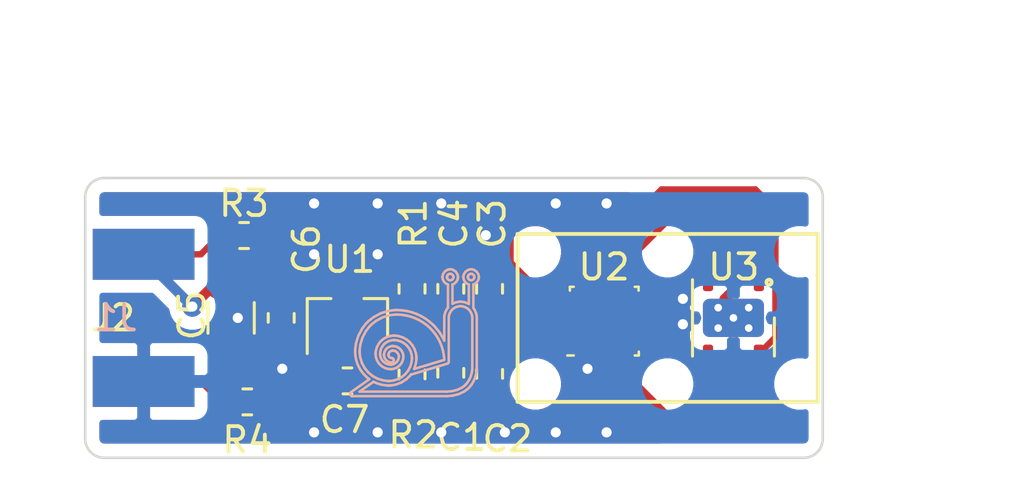
<source format=kicad_pcb>
(kicad_pcb (version 20171130) (host pcbnew 5.1.5)

  (general
    (thickness 1.5)
    (drawings 478)
    (tracks 120)
    (zones 0)
    (modules 17)
    (nets 8)
  )

  (page A4)
  (layers
    (0 F.Cu signal)
    (31 B.Cu signal)
    (32 B.Adhes user)
    (33 F.Adhes user)
    (34 B.Paste user)
    (35 F.Paste user)
    (36 B.SilkS user)
    (37 F.SilkS user)
    (38 B.Mask user)
    (39 F.Mask user)
    (40 Dwgs.User user)
    (41 Cmts.User user)
    (42 Eco1.User user)
    (43 Eco2.User user)
    (44 Edge.Cuts user)
    (45 Margin user)
    (46 B.CrtYd user)
    (47 F.CrtYd user)
    (48 B.Fab user hide)
    (49 F.Fab user hide)
  )

  (setup
    (last_trace_width 0.25)
    (user_trace_width 0.4)
    (trace_clearance 0.2)
    (zone_clearance 0.508)
    (zone_45_only no)
    (trace_min 0.2)
    (via_size 0.8)
    (via_drill 0.4)
    (via_min_size 0.4)
    (via_min_drill 0.3)
    (uvia_size 0.3)
    (uvia_drill 0.1)
    (uvias_allowed no)
    (uvia_min_size 0.2)
    (uvia_min_drill 0.1)
    (edge_width 0.05)
    (segment_width 0.2)
    (pcb_text_width 0.3)
    (pcb_text_size 1.5 1.5)
    (mod_edge_width 0.12)
    (mod_text_size 1 1)
    (mod_text_width 0.15)
    (pad_size 1 1)
    (pad_drill 1)
    (pad_to_mask_clearance 0)
    (aux_axis_origin 0 0)
    (grid_origin 34 28.25)
    (visible_elements FFFFFF7F)
    (pcbplotparams
      (layerselection 0x010f0_ffffffff)
      (usegerberextensions true)
      (usegerberattributes false)
      (usegerberadvancedattributes false)
      (creategerberjobfile false)
      (excludeedgelayer true)
      (linewidth 0.160000)
      (plotframeref false)
      (viasonmask false)
      (mode 1)
      (useauxorigin false)
      (hpglpennumber 1)
      (hpglpenspeed 20)
      (hpglpendiameter 15.000000)
      (psnegative false)
      (psa4output false)
      (plotreference true)
      (plotvalue true)
      (plotinvisibletext false)
      (padsonsilk false)
      (subtractmaskfromsilk true)
      (outputformat 1)
      (mirror false)
      (drillshape 0)
      (scaleselection 1)
      (outputdirectory "../common/gerber/sensor_board/"))
  )

  (net 0 "")
  (net 1 +3V3)
  (net 2 GND)
  (net 3 +5V)
  (net 4 /SDA)
  (net 5 /SCL)
  (net 6 /SCL_IC)
  (net 7 /SDA_IC)

  (net_class Default "This is the default net class."
    (clearance 0.2)
    (trace_width 0.25)
    (via_dia 0.8)
    (via_drill 0.4)
    (uvia_dia 0.3)
    (uvia_drill 0.1)
    (add_net +3V3)
    (add_net +5V)
    (add_net /SCL)
    (add_net /SCL_IC)
    (add_net /SDA)
    (add_net /SDA_IC)
    (add_net GND)
  )

  (module Project:Bosch_LGA-8_2.5x2.5mm_P0.65mm_ClockwisePinNumbering_HandSoldering (layer F.Cu) (tedit 5D570DB6) (tstamp 5D5EE67D)
    (at 55.9075 28.377 90)
    (descr LGA-8)
    (tags "lga land grid array")
    (path /5D1BAFA4)
    (attr smd)
    (fp_text reference U2 (at 2.127 -0.0075 180) (layer F.SilkS)
      (effects (font (size 1 1) (thickness 0.15)))
    )
    (fp_text value BME280 (at 0.015 3.585 90) (layer F.Fab)
      (effects (font (size 1 1) (thickness 0.15)))
    )
    (fp_line (start 1.41 2.59) (end -1.41 2.59) (layer F.CrtYd) (width 0.05))
    (fp_line (start 1.41 -2.59) (end 1.41 2.59) (layer F.CrtYd) (width 0.05))
    (fp_line (start -1.41 -2.59) (end 1.41 -2.59) (layer F.CrtYd) (width 0.05))
    (fp_line (start -1.41 2.59) (end -1.41 -2.59) (layer F.CrtYd) (width 0.05))
    (fp_line (start 1.25 1.25) (end -1.25 1.25) (layer F.Fab) (width 0.1))
    (fp_line (start 1.25 -1.25) (end 1.25 1.25) (layer F.Fab) (width 0.1))
    (fp_line (start -0.5 -1.25) (end 1.25 -1.25) (layer F.Fab) (width 0.1))
    (fp_line (start -1.25 1.25) (end -1.25 -0.5) (layer F.Fab) (width 0.1))
    (fp_line (start -1.35 -1.2) (end -1.35 -1.45) (layer F.SilkS) (width 0.1))
    (fp_line (start 1.35 -1.35) (end 1.35 -1.2) (layer F.SilkS) (width 0.1))
    (fp_line (start 1.2 -1.35) (end 1.35 -1.35) (layer F.SilkS) (width 0.1))
    (fp_line (start 1.35 1.35) (end 1.2 1.35) (layer F.SilkS) (width 0.1))
    (fp_line (start 1.35 1.35) (end 1.35 1.2) (layer F.SilkS) (width 0.1))
    (fp_line (start -1.35 1.35) (end -1.35 1.2) (layer F.SilkS) (width 0.1))
    (fp_line (start -1.25 -0.5) (end -0.5 -1.25) (layer F.Fab) (width 0.1))
    (fp_line (start -1.35 1.36) (end -1.2 1.36) (layer F.SilkS) (width 0.1))
    (fp_text user %R (at 0 0 270) (layer F.Fab)
      (effects (font (size 0.5 0.5) (thickness 0.075)))
    )
    (pad 4 smd rect (at 0.975 -1.525 180) (size 2 0.35) (layers F.Cu F.Paste F.Mask)
      (net 6 /SCL_IC))
    (pad 3 smd rect (at 0.325 -1.525 180) (size 2 0.35) (layers F.Cu F.Paste F.Mask)
      (net 7 /SDA_IC))
    (pad 2 smd rect (at -0.325 -1.525 180) (size 2 0.35) (layers F.Cu F.Paste F.Mask)
      (net 1 +3V3))
    (pad 1 smd rect (at -0.975 -1.525 180) (size 2 0.35) (layers F.Cu F.Paste F.Mask)
      (net 2 GND))
    (pad 8 smd rect (at -0.975 1.525 180) (size 2 0.35) (layers F.Cu F.Paste F.Mask)
      (net 1 +3V3))
    (pad 7 smd rect (at -0.325 1.525 180) (size 2 0.35) (layers F.Cu F.Paste F.Mask)
      (net 2 GND))
    (pad 6 smd rect (at 0.325 1.525 180) (size 2 0.35) (layers F.Cu F.Paste F.Mask)
      (net 1 +3V3))
    (pad 5 smd rect (at 0.975 1.525 180) (size 2 0.35) (layers F.Cu F.Paste F.Mask)
      (net 2 GND))
    (model ${KISYS3DMOD}/Package_LGA.3dshapes/Bosch_LGA-8_2.5x2.5mm_P0.65mm_ClockwisePinNumbering.wrl
      (offset (xyz 0.01500000025472259 -0.03500000059435272 0))
      (scale (xyz 1 1 1))
      (rotate (xyz 0 0 0))
    )
  )

  (module Project:SENSIRION-SF2-2PLACE locked (layer F.Cu) (tedit 5D57247E) (tstamp 5D5EEB05)
    (at 58.4 28.25)
    (descr "SF2 Filter Cap, For SHT2x and SHT3x Humidity Sensors, 2 place selector")
    (tags SENSIRION,SF2,SHT)
    (fp_text reference REF** (at 0.7 -4.1) (layer F.SilkS) hide
      (effects (font (size 1 1) (thickness 0.15)))
    )
    (fp_text value SENSIRION-SF2-2PLACE (at 0.1 -5.7) (layer F.Fab)
      (effects (font (size 1 1) (thickness 0.15)))
    )
    (fp_line (start 5.9 -3.3) (end -0.7 -3.3) (layer F.SilkS) (width 0.15))
    (fp_line (start 5.9 3.3) (end 5.9 -3.3) (layer F.SilkS) (width 0.15))
    (fp_line (start -0.7 3.3) (end 5.9 3.3) (layer F.SilkS) (width 0.15))
    (fp_line (start 1.1 -2) (end 2.3 -3.2) (layer Dwgs.User) (width 0.12))
    (fp_line (start 2.1 -2) (end 3.3 -3.2) (layer Dwgs.User) (width 0.12))
    (fp_line (start 3.1 -2) (end 4.3 -3.2) (layer Dwgs.User) (width 0.12))
    (fp_line (start 4.1 -2) (end 5.3 -3.2) (layer Dwgs.User) (width 0.12))
    (fp_line (start 4.6 -1.5) (end 5.8 -2.7) (layer Dwgs.User) (width 0.12))
    (fp_line (start 4.6 -0.5) (end 5.8 -1.7) (layer Dwgs.User) (width 0.12))
    (fp_line (start 4.6 0.5) (end 5.8 -0.7) (layer Dwgs.User) (width 0.12))
    (fp_line (start 4.6 1.5) (end 5.8 0.3) (layer Dwgs.User) (width 0.12))
    (fp_line (start 2.9 3.2) (end 4.1 2) (layer Dwgs.User) (width 0.12))
    (fp_line (start 1.9 3.2) (end 3.1 2) (layer Dwgs.User) (width 0.12))
    (fp_line (start 0.9 3.2) (end 2.1 2) (layer Dwgs.User) (width 0.12))
    (fp_line (start -0.1 3.2) (end 1.1 2) (layer Dwgs.User) (width 0.12))
    (fp_line (start -0.6 1.7) (end 0.6 0.5) (layer Dwgs.User) (width 0.12))
    (fp_line (start -0.6 0.7) (end 0.6 -0.5) (layer Dwgs.User) (width 0.12))
    (fp_line (start -0.6 -0.3) (end 0.6 -1.5) (layer Dwgs.User) (width 0.12))
    (fp_line (start 5.1 2) (end 5.8 1.3) (layer Dwgs.User) (width 0.12))
    (fp_line (start 3.9 3.2) (end 5.1 2) (layer Dwgs.User) (width 0.12))
    (fp_line (start 0.6 -2.5) (end 1.3 -3.2) (layer Dwgs.User) (width 0.12))
    (fp_line (start -0.6 -1.3) (end 0.6 -2.5) (layer Dwgs.User) (width 0.12))
    (fp_line (start 0.6 -2) (end 4.6 -2) (layer Dwgs.User) (width 0.12))
    (fp_line (start 4.6 -2) (end 4.6 2) (layer Dwgs.User) (width 0.12))
    (fp_line (start 4.6 2) (end 0.6 2) (layer Dwgs.User) (width 0.12))
    (fp_line (start 0.6 2) (end 0.6 -2) (layer Dwgs.User) (width 0.12))
    (fp_line (start -0.65 -3.25) (end 5.85 -3.25) (layer Dwgs.User) (width 0.12))
    (fp_line (start 5.85 -3.25) (end 5.85 3.25) (layer Dwgs.User) (width 0.12))
    (fp_line (start 5.85 3.25) (end -0.65 3.25) (layer Dwgs.User) (width 0.12))
    (fp_line (start -4.1 -2) (end -2.9 -3.2) (layer Dwgs.User) (width 0.12))
    (fp_line (start -0.65 3.25) (end -5.85 3.25) (layer Dwgs.User) (width 0.12))
    (fp_line (start -1.1 -2) (end 0.1 -3.2) (layer Dwgs.User) (width 0.12))
    (fp_line (start -3.1 -2) (end -1.9 -3.2) (layer Dwgs.User) (width 0.12))
    (fp_line (start -2.1 -2) (end -0.9 -3.2) (layer Dwgs.User) (width 0.12))
    (fp_line (start -5.9 -3.1) (end -5.9 3.1) (layer F.SilkS) (width 0.15))
    (fp_line (start -5.9 3.1) (end -5.9 3.3) (layer F.SilkS) (width 0.15))
    (fp_line (start -5.8 -0.3) (end -4.6 -1.5) (layer Dwgs.User) (width 0.12))
    (fp_line (start -0.1 2) (end 0.6 1.3) (layer Dwgs.User) (width 0.12))
    (fp_line (start -5.3 3.2) (end -4.1 2) (layer Dwgs.User) (width 0.12))
    (fp_line (start -5.8 2.7) (end -4.6 1.5) (layer Dwgs.User) (width 0.12))
    (fp_line (start -5.85 3.25) (end -5.85 -3.25) (layer Dwgs.User) (width 0.12))
    (fp_line (start -5.8 1.7) (end -4.6 0.5) (layer Dwgs.User) (width 0.12))
    (fp_line (start -5.8 0.7) (end -4.6 -0.5) (layer Dwgs.User) (width 0.12))
    (fp_line (start -5.8 -1.3) (end -4.6 -2.5) (layer Dwgs.User) (width 0.12))
    (fp_line (start -4.6 -2) (end -0.6 -2) (layer Dwgs.User) (width 0.12))
    (fp_line (start -1.3 3.2) (end -0.1 2) (layer Dwgs.User) (width 0.12))
    (fp_line (start -4.6 -2.5) (end -3.9 -3.2) (layer Dwgs.User) (width 0.12))
    (fp_line (start -0.7 -3.3) (end -5.9 -3.3) (layer F.SilkS) (width 0.15))
    (fp_line (start -0.6 -2) (end -0.6 2) (layer Dwgs.User) (width 0.12))
    (fp_line (start -0.6 2) (end -4.6 2) (layer Dwgs.User) (width 0.12))
    (fp_line (start -2.3 3.2) (end -1.1 2) (layer Dwgs.User) (width 0.12))
    (fp_line (start -3.3 3.2) (end -2.1 2) (layer Dwgs.User) (width 0.12))
    (fp_line (start -4.3 3.2) (end -3.1 2) (layer Dwgs.User) (width 0.12))
    (fp_line (start -4.6 2) (end -4.6 -2) (layer Dwgs.User) (width 0.12))
    (fp_line (start -5.85 -3.25) (end -0.65 -3.25) (layer Dwgs.User) (width 0.12))
    (fp_line (start -5.9 3.3) (end -0.7 3.3) (layer F.SilkS) (width 0.15))
    (fp_line (start -5.9 -3.3) (end -5.9 -3.1) (layer F.SilkS) (width 0.15))
    (pad "" np_thru_hole circle (at -5.2 -2.6) (size 1 1) (drill 1) (layers *.Cu *.Mask))
    (pad "" np_thru_hole circle (at -5.2 2.6) (size 1 1) (drill 1) (layers *.Cu *.Mask))
    (pad "" np_thru_hole circle (at 5.2 2.6) (size 1 1) (drill 1) (layers *.Cu *.Mask))
    (pad "" np_thru_hole circle (at 0 2.6) (size 1 1) (drill 1) (layers *.Cu *.Mask))
    (pad "" np_thru_hole circle (at 5.2 -2.6) (size 1 1) (drill 1) (layers *.Cu *.Mask))
    (pad "" np_thru_hole circle (at 0 -2.6) (size 1 1) (drill 1) (layers *.Cu *.Mask))
    (model ${KIPRJMOD}/../hs_common/3DModels/SF2.STEP
      (offset (xyz 2.5 0 0))
      (scale (xyz 1 1 1))
      (rotate (xyz -90 0 0))
    )
    (model ${KIPRJMOD}/../hs_common/3DModels/SF2.STEP
      (offset (xyz -2.5 0 0))
      (scale (xyz 1 1 1))
      (rotate (xyz -90 0 0))
    )
  )

  (module Project:PAD_2 (layer F.Cu) (tedit 5D571AAE) (tstamp 5D5EE946)
    (at 37.8 28.25 270)
    (path /5D249525)
    (attr smd)
    (fp_text reference J2 (at 0 1.2 180) (layer F.SilkS)
      (effects (font (size 1 1) (thickness 0.15)))
    )
    (fp_text value Conn_01x02 (at 0 -4.5 90) (layer F.Fab)
      (effects (font (size 1 1) (thickness 0.15)))
    )
    (fp_line (start -3.5 -2) (end -1.5 -2) (layer F.CrtYd) (width 0.02))
    (fp_line (start -3.5 2) (end -3.5 -2) (layer F.CrtYd) (width 0.02))
    (fp_line (start -1.5 2) (end -3.5 2) (layer F.CrtYd) (width 0.02))
    (fp_line (start -1.5 -2) (end -1.5 2) (layer F.CrtYd) (width 0.02))
    (fp_line (start 1.5 -2) (end 3.5 -2) (layer F.CrtYd) (width 0.02))
    (fp_line (start 1.5 2) (end 1.5 -2) (layer F.CrtYd) (width 0.02))
    (fp_line (start 3.5 2) (end 1.5 2) (layer F.CrtYd) (width 0.02))
    (fp_line (start 3.5 -2) (end 3.5 2) (layer F.CrtYd) (width 0.02))
    (pad 2 smd rect (at 2.5 0) (size 4 2) (layers F.Cu F.Paste F.Mask)
      (net 4 /SDA))
    (pad 1 smd rect (at -2.5 0) (size 4 2) (layers F.Cu F.Paste F.Mask)
      (net 5 /SCL))
  )

  (module Project:PAD_2 (layer B.Cu) (tedit 5D571AAE) (tstamp 5D584A0E)
    (at 37.8 28.25 270)
    (path /5D248956)
    (attr smd)
    (fp_text reference J1 (at 0 1.1 180) (layer B.SilkS)
      (effects (font (size 1 1) (thickness 0.15)) (justify mirror))
    )
    (fp_text value Conn_01x02 (at 0 4.5 270) (layer B.Fab)
      (effects (font (size 1 1) (thickness 0.15)) (justify mirror))
    )
    (fp_line (start -3.5 2) (end -1.5 2) (layer B.CrtYd) (width 0.02))
    (fp_line (start -3.5 -2) (end -3.5 2) (layer B.CrtYd) (width 0.02))
    (fp_line (start -1.5 -2) (end -3.5 -2) (layer B.CrtYd) (width 0.02))
    (fp_line (start -1.5 2) (end -1.5 -2) (layer B.CrtYd) (width 0.02))
    (fp_line (start 1.5 2) (end 3.5 2) (layer B.CrtYd) (width 0.02))
    (fp_line (start 1.5 -2) (end 1.5 2) (layer B.CrtYd) (width 0.02))
    (fp_line (start 3.5 -2) (end 1.5 -2) (layer B.CrtYd) (width 0.02))
    (fp_line (start 3.5 2) (end 3.5 -2) (layer B.CrtYd) (width 0.02))
    (pad 2 smd rect (at 2.5 0 180) (size 4 2) (layers B.Cu B.Paste B.Mask)
      (net 2 GND))
    (pad 1 smd rect (at -2.5 0 180) (size 4 2) (layers B.Cu B.Paste B.Mask)
      (net 3 +5V))
  )

  (module Capacitor_SMD:C_0603_1608Metric_Pad1.05x0.95mm_HandSolder (layer F.Cu) (tedit 5B301BBE) (tstamp 5D57D1F0)
    (at 45.811 30.7265 180)
    (descr "Capacitor SMD 0603 (1608 Metric), square (rectangular) end terminal, IPC_7351 nominal with elongated pad for handsoldering. (Body size source: http://www.tortai-tech.com/upload/download/2011102023233369053.pdf), generated with kicad-footprint-generator")
    (tags "capacitor handsolder")
    (path /5D1DC642)
    (attr smd)
    (fp_text reference C7 (at 0.111 -1.5235) (layer F.SilkS)
      (effects (font (size 1 1) (thickness 0.15)))
    )
    (fp_text value 1u (at 0 1.43) (layer F.Fab)
      (effects (font (size 1 1) (thickness 0.15)))
    )
    (fp_text user %R (at 0 0) (layer F.Fab)
      (effects (font (size 0.4 0.4) (thickness 0.06)))
    )
    (fp_line (start 1.65 0.73) (end -1.65 0.73) (layer F.CrtYd) (width 0.05))
    (fp_line (start 1.65 -0.73) (end 1.65 0.73) (layer F.CrtYd) (width 0.05))
    (fp_line (start -1.65 -0.73) (end 1.65 -0.73) (layer F.CrtYd) (width 0.05))
    (fp_line (start -1.65 0.73) (end -1.65 -0.73) (layer F.CrtYd) (width 0.05))
    (fp_line (start -0.171267 0.51) (end 0.171267 0.51) (layer F.SilkS) (width 0.12))
    (fp_line (start -0.171267 -0.51) (end 0.171267 -0.51) (layer F.SilkS) (width 0.12))
    (fp_line (start 0.8 0.4) (end -0.8 0.4) (layer F.Fab) (width 0.1))
    (fp_line (start 0.8 -0.4) (end 0.8 0.4) (layer F.Fab) (width 0.1))
    (fp_line (start -0.8 -0.4) (end 0.8 -0.4) (layer F.Fab) (width 0.1))
    (fp_line (start -0.8 0.4) (end -0.8 -0.4) (layer F.Fab) (width 0.1))
    (pad 2 smd roundrect (at 0.875 0 180) (size 1.05 0.95) (layers F.Cu F.Paste F.Mask) (roundrect_rratio 0.25)
      (net 2 GND))
    (pad 1 smd roundrect (at -0.875 0 180) (size 1.05 0.95) (layers F.Cu F.Paste F.Mask) (roundrect_rratio 0.25)
      (net 1 +3V3))
    (model ${KISYS3DMOD}/Capacitor_SMD.3dshapes/C_0603_1608Metric.wrl
      (at (xyz 0 0 0))
      (scale (xyz 1 1 1))
      (rotate (xyz 0 0 0))
    )
  )

  (module Capacitor_SMD:C_0603_1608Metric_Pad1.05x0.95mm_HandSolder (layer F.Cu) (tedit 5B301BBE) (tstamp 5D579B5A)
    (at 43.2075 28.25 270)
    (descr "Capacitor SMD 0603 (1608 Metric), square (rectangular) end terminal, IPC_7351 nominal with elongated pad for handsoldering. (Body size source: http://www.tortai-tech.com/upload/download/2011102023233369053.pdf), generated with kicad-footprint-generator")
    (tags "capacitor handsolder")
    (path /5D205816)
    (attr smd)
    (fp_text reference C6 (at -2.7 -0.9925 90) (layer F.SilkS)
      (effects (font (size 1 1) (thickness 0.15)))
    )
    (fp_text value 1u (at 0 1.43 90) (layer F.Fab)
      (effects (font (size 1 1) (thickness 0.15)))
    )
    (fp_text user %R (at 0 0 90) (layer F.Fab)
      (effects (font (size 0.4 0.4) (thickness 0.06)))
    )
    (fp_line (start 1.65 0.73) (end -1.65 0.73) (layer F.CrtYd) (width 0.05))
    (fp_line (start 1.65 -0.73) (end 1.65 0.73) (layer F.CrtYd) (width 0.05))
    (fp_line (start -1.65 -0.73) (end 1.65 -0.73) (layer F.CrtYd) (width 0.05))
    (fp_line (start -1.65 0.73) (end -1.65 -0.73) (layer F.CrtYd) (width 0.05))
    (fp_line (start -0.171267 0.51) (end 0.171267 0.51) (layer F.SilkS) (width 0.12))
    (fp_line (start -0.171267 -0.51) (end 0.171267 -0.51) (layer F.SilkS) (width 0.12))
    (fp_line (start 0.8 0.4) (end -0.8 0.4) (layer F.Fab) (width 0.1))
    (fp_line (start 0.8 -0.4) (end 0.8 0.4) (layer F.Fab) (width 0.1))
    (fp_line (start -0.8 -0.4) (end 0.8 -0.4) (layer F.Fab) (width 0.1))
    (fp_line (start -0.8 0.4) (end -0.8 -0.4) (layer F.Fab) (width 0.1))
    (pad 2 smd roundrect (at 0.875 0 270) (size 1.05 0.95) (layers F.Cu F.Paste F.Mask) (roundrect_rratio 0.25)
      (net 2 GND))
    (pad 1 smd roundrect (at -0.875 0 270) (size 1.05 0.95) (layers F.Cu F.Paste F.Mask) (roundrect_rratio 0.25)
      (net 3 +5V))
    (model ${KISYS3DMOD}/Capacitor_SMD.3dshapes/C_0603_1608Metric.wrl
      (at (xyz 0 0 0))
      (scale (xyz 1 1 1))
      (rotate (xyz 0 0 0))
    )
  )

  (module Project:DFN-6-1EP_3x3mm_P1mm_EP1.5x2.4mm_HandSoldering (layer F.Cu) (tedit 5D5711DF) (tstamp 5D5EEC93)
    (at 60.9875 28.25 270)
    (descr "DFN, 6 Pin (https://www.silabs.com/documents/public/data-sheets/Si7020-A20.pdf), generated with kicad-footprint-generator ipc_dfn_qfn_generator.py")
    (tags "DFN DFN_QFN")
    (path /5D571F52)
    (attr smd)
    (fp_text reference U3 (at -2 -0.0125 180) (layer F.SilkS)
      (effects (font (size 1 1) (thickness 0.15)))
    )
    (fp_text value Si7020-A20 (at 0 2.45 90) (layer F.Fab)
      (effects (font (size 1 1) (thickness 0.15)))
    )
    (fp_line (start -0.8 1.25) (end -0.8 -1.25) (layer B.CrtYd) (width 0.02))
    (fp_line (start 0.8 1.25) (end -0.8 1.25) (layer B.CrtYd) (width 0.02))
    (fp_line (start 0.8 -1.25) (end 0.8 1.25) (layer B.CrtYd) (width 0.02))
    (fp_line (start -0.8 -1.25) (end 0.8 -1.25) (layer B.CrtYd) (width 0.02))
    (fp_circle (center -1.4 -1.4) (end -1.3 -1.4) (layer F.SilkS) (width 0.15))
    (fp_text user %R (at 0 0 90) (layer F.Fab)
      (effects (font (size 0.75 0.75) (thickness 0.11)))
    )
    (fp_line (start 4.1 -1.75) (end -4.1 -1.75) (layer F.CrtYd) (width 0.05))
    (fp_line (start 4.1 1.75) (end 4.1 -1.75) (layer F.CrtYd) (width 0.05))
    (fp_line (start -4.1 1.75) (end 4.1 1.75) (layer F.CrtYd) (width 0.05))
    (fp_line (start -4.1 -1.75) (end -4.1 1.75) (layer F.CrtYd) (width 0.05))
    (fp_line (start -1.5 -0.75) (end -0.75 -1.5) (layer F.Fab) (width 0.1))
    (fp_line (start -1.5 1.5) (end -1.5 -0.75) (layer F.Fab) (width 0.1))
    (fp_line (start 1.5 1.5) (end -1.5 1.5) (layer F.Fab) (width 0.1))
    (fp_line (start 1.5 -1.5) (end 1.5 1.5) (layer F.Fab) (width 0.1))
    (fp_line (start -0.75 -1.5) (end 1.5 -1.5) (layer F.Fab) (width 0.1))
    (fp_line (start -1.5 1.61) (end 1.5 1.61) (layer F.SilkS) (width 0.12))
    (fp_line (start 0 -1.61) (end 1.5 -1.61) (layer F.SilkS) (width 0.12))
    (pad 7 thru_hole circle (at 0.4 0.6 270) (size 0.5 0.5) (drill 0.3) (layers *.Cu *.Mask)
      (net 2 GND))
    (pad 7 thru_hole circle (at -0.4 0.6 270) (size 0.5 0.5) (drill 0.3) (layers *.Cu *.Mask)
      (net 2 GND))
    (pad 7 thru_hole circle (at 0 0 270) (size 0.5 0.5) (drill 0.3) (layers *.Cu *.Mask)
      (net 2 GND))
    (pad 7 thru_hole circle (at 0.4 -0.6 270) (size 0.5 0.5) (drill 0.3) (layers *.Cu *.Mask)
      (net 2 GND))
    (pad 7 thru_hole circle (at -0.4 -0.6 270) (size 0.5 0.5) (drill 0.3) (layers *.Cu *.Mask)
      (net 2 GND))
    (pad 7 smd roundrect (at 0 0 270) (size 1.5 2.4) (layers F.Cu F.Mask) (roundrect_rratio 0.166667)
      (net 2 GND))
    (pad 6 smd roundrect (at 2.55 -1 270) (size 3 0.4) (layers F.Cu F.Paste F.Mask) (roundrect_rratio 0.25)
      (net 6 /SCL_IC))
    (pad 5 smd roundrect (at 2.55 0 270) (size 3 0.4) (layers F.Cu F.Paste F.Mask) (roundrect_rratio 0.25)
      (net 1 +3V3))
    (pad 4 smd roundrect (at 2.55 1 270) (size 3 0.4) (layers F.Cu F.Paste F.Mask) (roundrect_rratio 0.25))
    (pad 3 smd roundrect (at -2.55 1 270) (size 3 0.4) (layers F.Cu F.Paste F.Mask) (roundrect_rratio 0.25))
    (pad 2 smd roundrect (at -2.55 0 270) (size 3 0.4) (layers F.Cu F.Paste F.Mask) (roundrect_rratio 0.25)
      (net 2 GND))
    (pad 1 smd roundrect (at -2.55 -1 270) (size 3 0.4) (layers F.Cu F.Paste F.Mask) (roundrect_rratio 0.25)
      (net 7 /SDA_IC))
    (pad "" smd roundrect (at 0.375 0.6 270) (size 0.6 0.97) (layers F.Paste) (roundrect_rratio 0.25))
    (pad "" smd roundrect (at 0.375 -0.6 270) (size 0.6 0.97) (layers F.Paste) (roundrect_rratio 0.25))
    (pad "" smd roundrect (at -0.375 0.6 270) (size 0.6 0.97) (layers F.Paste) (roundrect_rratio 0.25))
    (pad "" smd roundrect (at -0.375 -0.6 270) (size 0.6 0.97) (layers F.Paste) (roundrect_rratio 0.25))
    (pad 7 smd roundrect (at 0 0 270) (size 1.5 2.4) (layers B.Cu F.Mask) (roundrect_rratio 0.167)
      (net 2 GND))
    (model ${KISYS3DMOD}/Package_DFN_QFN.3dshapes/DFN-6-1EP_3x3mm_P1mm_EP1.5x2.4mm.wrl
      (at (xyz 0 0 0))
      (scale (xyz 1 1 1))
      (rotate (xyz 0 0 0))
    )
  )

  (module Package_TO_SOT_SMD:SOT-23 (layer F.Cu) (tedit 5A02FF57) (tstamp 5D57D254)
    (at 45.811 28.25 90)
    (descr "SOT-23, Standard")
    (tags SOT-23)
    (path /5D1D7A46)
    (attr smd)
    (fp_text reference U1 (at 2.3 0.089 180) (layer F.SilkS)
      (effects (font (size 1 1) (thickness 0.15)))
    )
    (fp_text value XC6206P332MR (at 0 2.5 90) (layer F.Fab)
      (effects (font (size 1 1) (thickness 0.15)))
    )
    (fp_line (start 0.76 1.58) (end -0.7 1.58) (layer F.SilkS) (width 0.12))
    (fp_line (start 0.76 -1.58) (end -1.4 -1.58) (layer F.SilkS) (width 0.12))
    (fp_line (start -1.7 1.75) (end -1.7 -1.75) (layer F.CrtYd) (width 0.05))
    (fp_line (start 1.7 1.75) (end -1.7 1.75) (layer F.CrtYd) (width 0.05))
    (fp_line (start 1.7 -1.75) (end 1.7 1.75) (layer F.CrtYd) (width 0.05))
    (fp_line (start -1.7 -1.75) (end 1.7 -1.75) (layer F.CrtYd) (width 0.05))
    (fp_line (start 0.76 -1.58) (end 0.76 -0.65) (layer F.SilkS) (width 0.12))
    (fp_line (start 0.76 1.58) (end 0.76 0.65) (layer F.SilkS) (width 0.12))
    (fp_line (start -0.7 1.52) (end 0.7 1.52) (layer F.Fab) (width 0.1))
    (fp_line (start 0.7 -1.52) (end 0.7 1.52) (layer F.Fab) (width 0.1))
    (fp_line (start -0.7 -0.95) (end -0.15 -1.52) (layer F.Fab) (width 0.1))
    (fp_line (start -0.15 -1.52) (end 0.7 -1.52) (layer F.Fab) (width 0.1))
    (fp_line (start -0.7 -0.95) (end -0.7 1.5) (layer F.Fab) (width 0.1))
    (fp_text user %R (at 0 0) (layer F.Fab)
      (effects (font (size 0.5 0.5) (thickness 0.075)))
    )
    (pad 3 smd rect (at 1 0 90) (size 0.9 0.8) (layers F.Cu F.Paste F.Mask)
      (net 3 +5V))
    (pad 2 smd rect (at -1 0.95 90) (size 0.9 0.8) (layers F.Cu F.Paste F.Mask)
      (net 1 +3V3))
    (pad 1 smd rect (at -1 -0.95 90) (size 0.9 0.8) (layers F.Cu F.Paste F.Mask)
      (net 2 GND))
    (model ${KISYS3DMOD}/Package_TO_SOT_SMD.3dshapes/SOT-23.wrl
      (at (xyz 0 0 0))
      (scale (xyz 1 1 1))
      (rotate (xyz 0 0 0))
    )
  )

  (module Resistor_SMD:R_0603_1608Metric_Pad1.05x0.95mm_HandSolder (layer F.Cu) (tedit 5B301BBD) (tstamp 5D57D190)
    (at 41.874 31.552)
    (descr "Resistor SMD 0603 (1608 Metric), square (rectangular) end terminal, IPC_7351 nominal with elongated pad for handsoldering. (Body size source: http://www.tortai-tech.com/upload/download/2011102023233369053.pdf), generated with kicad-footprint-generator")
    (tags "resistor handsolder")
    (path /5D233361)
    (attr smd)
    (fp_text reference R4 (at 0 1.498) (layer F.SilkS)
      (effects (font (size 1 1) (thickness 0.15)))
    )
    (fp_text value TERM (at 0 1.43) (layer F.Fab)
      (effects (font (size 1 1) (thickness 0.15)))
    )
    (fp_text user %R (at 0 0) (layer F.Fab)
      (effects (font (size 0.4 0.4) (thickness 0.06)))
    )
    (fp_line (start 1.65 0.73) (end -1.65 0.73) (layer F.CrtYd) (width 0.05))
    (fp_line (start 1.65 -0.73) (end 1.65 0.73) (layer F.CrtYd) (width 0.05))
    (fp_line (start -1.65 -0.73) (end 1.65 -0.73) (layer F.CrtYd) (width 0.05))
    (fp_line (start -1.65 0.73) (end -1.65 -0.73) (layer F.CrtYd) (width 0.05))
    (fp_line (start -0.171267 0.51) (end 0.171267 0.51) (layer F.SilkS) (width 0.12))
    (fp_line (start -0.171267 -0.51) (end 0.171267 -0.51) (layer F.SilkS) (width 0.12))
    (fp_line (start 0.8 0.4) (end -0.8 0.4) (layer F.Fab) (width 0.1))
    (fp_line (start 0.8 -0.4) (end 0.8 0.4) (layer F.Fab) (width 0.1))
    (fp_line (start -0.8 -0.4) (end 0.8 -0.4) (layer F.Fab) (width 0.1))
    (fp_line (start -0.8 0.4) (end -0.8 -0.4) (layer F.Fab) (width 0.1))
    (pad 2 smd roundrect (at 0.875 0) (size 1.05 0.95) (layers F.Cu F.Paste F.Mask) (roundrect_rratio 0.25)
      (net 7 /SDA_IC))
    (pad 1 smd roundrect (at -0.875 0) (size 1.05 0.95) (layers F.Cu F.Paste F.Mask) (roundrect_rratio 0.25)
      (net 4 /SDA))
    (model ${KISYS3DMOD}/Resistor_SMD.3dshapes/R_0603_1608Metric.wrl
      (at (xyz 0 0 0))
      (scale (xyz 1 1 1))
      (rotate (xyz 0 0 0))
    )
  )

  (module Resistor_SMD:R_0603_1608Metric_Pad1.05x0.95mm_HandSolder (layer F.Cu) (tedit 5B301BBD) (tstamp 5D57D983)
    (at 41.747 25.0115)
    (descr "Resistor SMD 0603 (1608 Metric), square (rectangular) end terminal, IPC_7351 nominal with elongated pad for handsoldering. (Body size source: http://www.tortai-tech.com/upload/download/2011102023233369053.pdf), generated with kicad-footprint-generator")
    (tags "resistor handsolder")
    (path /5D232416)
    (attr smd)
    (fp_text reference R3 (at 0 -1.2615) (layer F.SilkS)
      (effects (font (size 1 1) (thickness 0.15)))
    )
    (fp_text value TERM (at 0 1.43) (layer F.Fab)
      (effects (font (size 1 1) (thickness 0.15)))
    )
    (fp_text user %R (at 0 0) (layer F.Fab)
      (effects (font (size 0.4 0.4) (thickness 0.06)))
    )
    (fp_line (start 1.65 0.73) (end -1.65 0.73) (layer F.CrtYd) (width 0.05))
    (fp_line (start 1.65 -0.73) (end 1.65 0.73) (layer F.CrtYd) (width 0.05))
    (fp_line (start -1.65 -0.73) (end 1.65 -0.73) (layer F.CrtYd) (width 0.05))
    (fp_line (start -1.65 0.73) (end -1.65 -0.73) (layer F.CrtYd) (width 0.05))
    (fp_line (start -0.171267 0.51) (end 0.171267 0.51) (layer F.SilkS) (width 0.12))
    (fp_line (start -0.171267 -0.51) (end 0.171267 -0.51) (layer F.SilkS) (width 0.12))
    (fp_line (start 0.8 0.4) (end -0.8 0.4) (layer F.Fab) (width 0.1))
    (fp_line (start 0.8 -0.4) (end 0.8 0.4) (layer F.Fab) (width 0.1))
    (fp_line (start -0.8 -0.4) (end 0.8 -0.4) (layer F.Fab) (width 0.1))
    (fp_line (start -0.8 0.4) (end -0.8 -0.4) (layer F.Fab) (width 0.1))
    (pad 2 smd roundrect (at 0.875 0) (size 1.05 0.95) (layers F.Cu F.Paste F.Mask) (roundrect_rratio 0.25)
      (net 6 /SCL_IC))
    (pad 1 smd roundrect (at -0.875 0) (size 1.05 0.95) (layers F.Cu F.Paste F.Mask) (roundrect_rratio 0.25)
      (net 5 /SCL))
    (model ${KISYS3DMOD}/Resistor_SMD.3dshapes/R_0603_1608Metric.wrl
      (at (xyz 0 0 0))
      (scale (xyz 1 1 1))
      (rotate (xyz 0 0 0))
    )
  )

  (module Resistor_SMD:R_0603_1608Metric_Pad1.05x0.95mm_HandSolder (layer F.Cu) (tedit 5B301BBD) (tstamp 5D580DBC)
    (at 48.351 30.4725 270)
    (descr "Resistor SMD 0603 (1608 Metric), square (rectangular) end terminal, IPC_7351 nominal with elongated pad for handsoldering. (Body size source: http://www.tortai-tech.com/upload/download/2011102023233369053.pdf), generated with kicad-footprint-generator")
    (tags "resistor handsolder")
    (path /5D1D152B)
    (attr smd)
    (fp_text reference R2 (at 2.3775 -0.049 180) (layer F.SilkS)
      (effects (font (size 1 1) (thickness 0.15)))
    )
    (fp_text value 4K7 (at 0 1.43 90) (layer F.Fab)
      (effects (font (size 1 1) (thickness 0.15)))
    )
    (fp_text user %R (at 0 0 90) (layer F.Fab)
      (effects (font (size 0.4 0.4) (thickness 0.06)))
    )
    (fp_line (start 1.65 0.73) (end -1.65 0.73) (layer F.CrtYd) (width 0.05))
    (fp_line (start 1.65 -0.73) (end 1.65 0.73) (layer F.CrtYd) (width 0.05))
    (fp_line (start -1.65 -0.73) (end 1.65 -0.73) (layer F.CrtYd) (width 0.05))
    (fp_line (start -1.65 0.73) (end -1.65 -0.73) (layer F.CrtYd) (width 0.05))
    (fp_line (start -0.171267 0.51) (end 0.171267 0.51) (layer F.SilkS) (width 0.12))
    (fp_line (start -0.171267 -0.51) (end 0.171267 -0.51) (layer F.SilkS) (width 0.12))
    (fp_line (start 0.8 0.4) (end -0.8 0.4) (layer F.Fab) (width 0.1))
    (fp_line (start 0.8 -0.4) (end 0.8 0.4) (layer F.Fab) (width 0.1))
    (fp_line (start -0.8 -0.4) (end 0.8 -0.4) (layer F.Fab) (width 0.1))
    (fp_line (start -0.8 0.4) (end -0.8 -0.4) (layer F.Fab) (width 0.1))
    (pad 2 smd roundrect (at 0.875 0 270) (size 1.05 0.95) (layers F.Cu F.Paste F.Mask) (roundrect_rratio 0.25)
      (net 7 /SDA_IC))
    (pad 1 smd roundrect (at -0.875 0 270) (size 1.05 0.95) (layers F.Cu F.Paste F.Mask) (roundrect_rratio 0.25)
      (net 1 +3V3))
    (model ${KISYS3DMOD}/Resistor_SMD.3dshapes/R_0603_1608Metric.wrl
      (at (xyz 0 0 0))
      (scale (xyz 1 1 1))
      (rotate (xyz 0 0 0))
    )
  )

  (module Resistor_SMD:R_0603_1608Metric_Pad1.05x0.95mm_HandSolder (layer F.Cu) (tedit 5B301BBD) (tstamp 5D5EEE07)
    (at 48.351 27.107 90)
    (descr "Resistor SMD 0603 (1608 Metric), square (rectangular) end terminal, IPC_7351 nominal with elongated pad for handsoldering. (Body size source: http://www.tortai-tech.com/upload/download/2011102023233369053.pdf), generated with kicad-footprint-generator")
    (tags "resistor handsolder")
    (path /5D1D11F7)
    (attr smd)
    (fp_text reference R1 (at 2.557 0.049 90) (layer F.SilkS)
      (effects (font (size 1 1) (thickness 0.15)))
    )
    (fp_text value 4K7 (at 0 1.43 90) (layer F.Fab)
      (effects (font (size 1 1) (thickness 0.15)))
    )
    (fp_text user %R (at 0 0 90) (layer F.Fab)
      (effects (font (size 0.4 0.4) (thickness 0.06)))
    )
    (fp_line (start 1.65 0.73) (end -1.65 0.73) (layer F.CrtYd) (width 0.05))
    (fp_line (start 1.65 -0.73) (end 1.65 0.73) (layer F.CrtYd) (width 0.05))
    (fp_line (start -1.65 -0.73) (end 1.65 -0.73) (layer F.CrtYd) (width 0.05))
    (fp_line (start -1.65 0.73) (end -1.65 -0.73) (layer F.CrtYd) (width 0.05))
    (fp_line (start -0.171267 0.51) (end 0.171267 0.51) (layer F.SilkS) (width 0.12))
    (fp_line (start -0.171267 -0.51) (end 0.171267 -0.51) (layer F.SilkS) (width 0.12))
    (fp_line (start 0.8 0.4) (end -0.8 0.4) (layer F.Fab) (width 0.1))
    (fp_line (start 0.8 -0.4) (end 0.8 0.4) (layer F.Fab) (width 0.1))
    (fp_line (start -0.8 -0.4) (end 0.8 -0.4) (layer F.Fab) (width 0.1))
    (fp_line (start -0.8 0.4) (end -0.8 -0.4) (layer F.Fab) (width 0.1))
    (pad 2 smd roundrect (at 0.875 0 90) (size 1.05 0.95) (layers F.Cu F.Paste F.Mask) (roundrect_rratio 0.25)
      (net 6 /SCL_IC))
    (pad 1 smd roundrect (at -0.875 0 90) (size 1.05 0.95) (layers F.Cu F.Paste F.Mask) (roundrect_rratio 0.25)
      (net 1 +3V3))
    (model ${KISYS3DMOD}/Resistor_SMD.3dshapes/R_0603_1608Metric.wrl
      (at (xyz 0 0 0))
      (scale (xyz 1 1 1))
      (rotate (xyz 0 0 0))
    )
  )

  (module Capacitor_SMD:C_1206_3216Metric_Pad1.42x1.75mm_HandSolder (layer F.Cu) (tedit 5B301BBE) (tstamp 5D5EED47)
    (at 41.239 28.25 270)
    (descr "Capacitor SMD 1206 (3216 Metric), square (rectangular) end terminal, IPC_7351 nominal with elongated pad for handsoldering. (Body size source: http://www.tortai-tech.com/upload/download/2011102023233369053.pdf), generated with kicad-footprint-generator")
    (tags "capacitor handsolder")
    (path /5D1DBF41)
    (attr smd)
    (fp_text reference C5 (at -0.1 1.539 90) (layer F.SilkS)
      (effects (font (size 1 1) (thickness 0.15)))
    )
    (fp_text value 10u (at 0 1.82 90) (layer F.Fab)
      (effects (font (size 1 1) (thickness 0.15)))
    )
    (fp_text user %R (at 0 0 90) (layer F.Fab)
      (effects (font (size 0.8 0.8) (thickness 0.12)))
    )
    (fp_line (start 2.45 1.12) (end -2.45 1.12) (layer F.CrtYd) (width 0.05))
    (fp_line (start 2.45 -1.12) (end 2.45 1.12) (layer F.CrtYd) (width 0.05))
    (fp_line (start -2.45 -1.12) (end 2.45 -1.12) (layer F.CrtYd) (width 0.05))
    (fp_line (start -2.45 1.12) (end -2.45 -1.12) (layer F.CrtYd) (width 0.05))
    (fp_line (start -0.602064 0.91) (end 0.602064 0.91) (layer F.SilkS) (width 0.12))
    (fp_line (start -0.602064 -0.91) (end 0.602064 -0.91) (layer F.SilkS) (width 0.12))
    (fp_line (start 1.6 0.8) (end -1.6 0.8) (layer F.Fab) (width 0.1))
    (fp_line (start 1.6 -0.8) (end 1.6 0.8) (layer F.Fab) (width 0.1))
    (fp_line (start -1.6 -0.8) (end 1.6 -0.8) (layer F.Fab) (width 0.1))
    (fp_line (start -1.6 0.8) (end -1.6 -0.8) (layer F.Fab) (width 0.1))
    (pad 2 smd roundrect (at 1.4875 0 270) (size 1.425 1.75) (layers F.Cu F.Paste F.Mask) (roundrect_rratio 0.175439)
      (net 2 GND))
    (pad 1 smd roundrect (at -1.4875 0 270) (size 1.425 1.75) (layers F.Cu F.Paste F.Mask) (roundrect_rratio 0.175439)
      (net 3 +5V))
    (model ${KISYS3DMOD}/Capacitor_SMD.3dshapes/C_1206_3216Metric.wrl
      (at (xyz 0 0 0))
      (scale (xyz 1 1 1))
      (rotate (xyz 0 0 0))
    )
  )

  (module Capacitor_SMD:C_0603_1608Metric_Pad1.05x0.95mm_HandSolder (layer F.Cu) (tedit 5B301BBE) (tstamp 5D579B27)
    (at 49.875 27.107 90)
    (descr "Capacitor SMD 0603 (1608 Metric), square (rectangular) end terminal, IPC_7351 nominal with elongated pad for handsoldering. (Body size source: http://www.tortai-tech.com/upload/download/2011102023233369053.pdf), generated with kicad-footprint-generator")
    (tags "capacitor handsolder")
    (path /5D1C6988)
    (attr smd)
    (fp_text reference C4 (at 2.557 0.125 90) (layer F.SilkS)
      (effects (font (size 1 1) (thickness 0.15)))
    )
    (fp_text value 100n (at 0 1.43 90) (layer F.Fab)
      (effects (font (size 1 1) (thickness 0.15)))
    )
    (fp_text user %R (at 0 0 90) (layer F.Fab)
      (effects (font (size 0.4 0.4) (thickness 0.06)))
    )
    (fp_line (start 1.65 0.73) (end -1.65 0.73) (layer F.CrtYd) (width 0.05))
    (fp_line (start 1.65 -0.73) (end 1.65 0.73) (layer F.CrtYd) (width 0.05))
    (fp_line (start -1.65 -0.73) (end 1.65 -0.73) (layer F.CrtYd) (width 0.05))
    (fp_line (start -1.65 0.73) (end -1.65 -0.73) (layer F.CrtYd) (width 0.05))
    (fp_line (start -0.171267 0.51) (end 0.171267 0.51) (layer F.SilkS) (width 0.12))
    (fp_line (start -0.171267 -0.51) (end 0.171267 -0.51) (layer F.SilkS) (width 0.12))
    (fp_line (start 0.8 0.4) (end -0.8 0.4) (layer F.Fab) (width 0.1))
    (fp_line (start 0.8 -0.4) (end 0.8 0.4) (layer F.Fab) (width 0.1))
    (fp_line (start -0.8 -0.4) (end 0.8 -0.4) (layer F.Fab) (width 0.1))
    (fp_line (start -0.8 0.4) (end -0.8 -0.4) (layer F.Fab) (width 0.1))
    (pad 2 smd roundrect (at 0.875 0 90) (size 1.05 0.95) (layers F.Cu F.Paste F.Mask) (roundrect_rratio 0.25)
      (net 2 GND))
    (pad 1 smd roundrect (at -0.875 0 90) (size 1.05 0.95) (layers F.Cu F.Paste F.Mask) (roundrect_rratio 0.25)
      (net 1 +3V3))
    (model ${KISYS3DMOD}/Capacitor_SMD.3dshapes/C_0603_1608Metric.wrl
      (at (xyz 0 0 0))
      (scale (xyz 1 1 1))
      (rotate (xyz 0 0 0))
    )
  )

  (module Capacitor_SMD:C_0603_1608Metric_Pad1.05x0.95mm_HandSolder (layer F.Cu) (tedit 5B301BBE) (tstamp 5D5EEFB1)
    (at 51.399 27.107 90)
    (descr "Capacitor SMD 0603 (1608 Metric), square (rectangular) end terminal, IPC_7351 nominal with elongated pad for handsoldering. (Body size source: http://www.tortai-tech.com/upload/download/2011102023233369053.pdf), generated with kicad-footprint-generator")
    (tags "capacitor handsolder")
    (path /5D1C698E)
    (attr smd)
    (fp_text reference C3 (at 2.557 0.101 90) (layer F.SilkS)
      (effects (font (size 1 1) (thickness 0.15)))
    )
    (fp_text value 10n (at 0 1.43 90) (layer F.Fab)
      (effects (font (size 1 1) (thickness 0.15)))
    )
    (fp_text user %R (at 0 0 90) (layer F.Fab)
      (effects (font (size 0.4 0.4) (thickness 0.06)))
    )
    (fp_line (start 1.65 0.73) (end -1.65 0.73) (layer F.CrtYd) (width 0.05))
    (fp_line (start 1.65 -0.73) (end 1.65 0.73) (layer F.CrtYd) (width 0.05))
    (fp_line (start -1.65 -0.73) (end 1.65 -0.73) (layer F.CrtYd) (width 0.05))
    (fp_line (start -1.65 0.73) (end -1.65 -0.73) (layer F.CrtYd) (width 0.05))
    (fp_line (start -0.171267 0.51) (end 0.171267 0.51) (layer F.SilkS) (width 0.12))
    (fp_line (start -0.171267 -0.51) (end 0.171267 -0.51) (layer F.SilkS) (width 0.12))
    (fp_line (start 0.8 0.4) (end -0.8 0.4) (layer F.Fab) (width 0.1))
    (fp_line (start 0.8 -0.4) (end 0.8 0.4) (layer F.Fab) (width 0.1))
    (fp_line (start -0.8 -0.4) (end 0.8 -0.4) (layer F.Fab) (width 0.1))
    (fp_line (start -0.8 0.4) (end -0.8 -0.4) (layer F.Fab) (width 0.1))
    (pad 2 smd roundrect (at 0.875 0 90) (size 1.05 0.95) (layers F.Cu F.Paste F.Mask) (roundrect_rratio 0.25)
      (net 2 GND))
    (pad 1 smd roundrect (at -0.875 0 90) (size 1.05 0.95) (layers F.Cu F.Paste F.Mask) (roundrect_rratio 0.25)
      (net 1 +3V3))
    (model ${KISYS3DMOD}/Capacitor_SMD.3dshapes/C_0603_1608Metric.wrl
      (at (xyz 0 0 0))
      (scale (xyz 1 1 1))
      (rotate (xyz 0 0 0))
    )
  )

  (module Capacitor_SMD:C_0603_1608Metric_Pad1.05x0.95mm_HandSolder (layer F.Cu) (tedit 5B301BBE) (tstamp 5D5EF0EC)
    (at 51.4 30.45 270)
    (descr "Capacitor SMD 0603 (1608 Metric), square (rectangular) end terminal, IPC_7351 nominal with elongated pad for handsoldering. (Body size source: http://www.tortai-tech.com/upload/download/2011102023233369053.pdf), generated with kicad-footprint-generator")
    (tags "capacitor handsolder")
    (path /5D1C29C8)
    (attr smd)
    (fp_text reference C2 (at 2.555 -0.701 180) (layer F.SilkS)
      (effects (font (size 1 1) (thickness 0.15)))
    )
    (fp_text value 10n (at 0 1.43 90) (layer F.Fab)
      (effects (font (size 1 1) (thickness 0.15)))
    )
    (fp_text user %R (at 0 0 90) (layer F.Fab)
      (effects (font (size 0.4 0.4) (thickness 0.06)))
    )
    (fp_line (start 1.65 0.73) (end -1.65 0.73) (layer F.CrtYd) (width 0.05))
    (fp_line (start 1.65 -0.73) (end 1.65 0.73) (layer F.CrtYd) (width 0.05))
    (fp_line (start -1.65 -0.73) (end 1.65 -0.73) (layer F.CrtYd) (width 0.05))
    (fp_line (start -1.65 0.73) (end -1.65 -0.73) (layer F.CrtYd) (width 0.05))
    (fp_line (start -0.171267 0.51) (end 0.171267 0.51) (layer F.SilkS) (width 0.12))
    (fp_line (start -0.171267 -0.51) (end 0.171267 -0.51) (layer F.SilkS) (width 0.12))
    (fp_line (start 0.8 0.4) (end -0.8 0.4) (layer F.Fab) (width 0.1))
    (fp_line (start 0.8 -0.4) (end 0.8 0.4) (layer F.Fab) (width 0.1))
    (fp_line (start -0.8 -0.4) (end 0.8 -0.4) (layer F.Fab) (width 0.1))
    (fp_line (start -0.8 0.4) (end -0.8 -0.4) (layer F.Fab) (width 0.1))
    (pad 2 smd roundrect (at 0.875 0 270) (size 1.05 0.95) (layers F.Cu F.Paste F.Mask) (roundrect_rratio 0.25)
      (net 2 GND))
    (pad 1 smd roundrect (at -0.875 0 270) (size 1.05 0.95) (layers F.Cu F.Paste F.Mask) (roundrect_rratio 0.25)
      (net 1 +3V3))
    (model ${KISYS3DMOD}/Capacitor_SMD.3dshapes/C_0603_1608Metric.wrl
      (at (xyz 0 0 0))
      (scale (xyz 1 1 1))
      (rotate (xyz 0 0 0))
    )
  )

  (module Capacitor_SMD:C_0603_1608Metric_Pad1.05x0.95mm_HandSolder (layer F.Cu) (tedit 5B301BBE) (tstamp 5D580EB7)
    (at 49.875 30.409 270)
    (descr "Capacitor SMD 0603 (1608 Metric), square (rectangular) end terminal, IPC_7351 nominal with elongated pad for handsoldering. (Body size source: http://www.tortai-tech.com/upload/download/2011102023233369053.pdf), generated with kicad-footprint-generator")
    (tags "capacitor handsolder")
    (path /5D1C2FDD)
    (attr smd)
    (fp_text reference C1 (at 2.541 -0.425 180) (layer F.SilkS)
      (effects (font (size 1 1) (thickness 0.15)))
    )
    (fp_text value 100n (at 0 1.43 90) (layer F.Fab)
      (effects (font (size 1 1) (thickness 0.15)))
    )
    (fp_text user %R (at 0 0 90) (layer F.Fab)
      (effects (font (size 0.4 0.4) (thickness 0.06)))
    )
    (fp_line (start 1.65 0.73) (end -1.65 0.73) (layer F.CrtYd) (width 0.05))
    (fp_line (start 1.65 -0.73) (end 1.65 0.73) (layer F.CrtYd) (width 0.05))
    (fp_line (start -1.65 -0.73) (end 1.65 -0.73) (layer F.CrtYd) (width 0.05))
    (fp_line (start -1.65 0.73) (end -1.65 -0.73) (layer F.CrtYd) (width 0.05))
    (fp_line (start -0.171267 0.51) (end 0.171267 0.51) (layer F.SilkS) (width 0.12))
    (fp_line (start -0.171267 -0.51) (end 0.171267 -0.51) (layer F.SilkS) (width 0.12))
    (fp_line (start 0.8 0.4) (end -0.8 0.4) (layer F.Fab) (width 0.1))
    (fp_line (start 0.8 -0.4) (end 0.8 0.4) (layer F.Fab) (width 0.1))
    (fp_line (start -0.8 -0.4) (end 0.8 -0.4) (layer F.Fab) (width 0.1))
    (fp_line (start -0.8 0.4) (end -0.8 -0.4) (layer F.Fab) (width 0.1))
    (pad 2 smd roundrect (at 0.875 0 270) (size 1.05 0.95) (layers F.Cu F.Paste F.Mask) (roundrect_rratio 0.25)
      (net 2 GND))
    (pad 1 smd roundrect (at -0.875 0 270) (size 1.05 0.95) (layers F.Cu F.Paste F.Mask) (roundrect_rratio 0.25)
      (net 1 +3V3))
    (model ${KISYS3DMOD}/Capacitor_SMD.3dshapes/C_0603_1608Metric.wrl
      (at (xyz 0 0 0))
      (scale (xyz 1 1 1))
      (rotate (xyz 0 0 0))
    )
  )

  (gr_line (start 66 28.25) (end 66 21.25) (layer Eco1.User) (width 0.1))
  (gr_line (start 66 28.25) (end 66 35.25) (layer Eco1.User) (width 0.1) (tstamp 5D579EE0))
  (gr_line (start 66 21.25) (end 35 21.25) (layer Eco1.User) (width 0.1))
  (gr_line (start 35 21.25) (end 35 25) (layer Eco1.User) (width 0.1))
  (gr_line (start 66 35.25) (end 35 35.25) (layer Eco1.User) (width 0.1) (tstamp 5D579EDF))
  (gr_line (start 35 31.5) (end 35 35.25) (layer Eco1.User) (width 0.1))
  (gr_line (start 47.12591 28.06574) (end 46.844881 28.21613) (layer B.SilkS) (width 0.1))
  (gr_line (start 49.99886 27.8682) (end 50.07741 27.8255) (layer B.SilkS) (width 0.1))
  (gr_line (start 49.93039 27.92474) (end 49.99886 27.8682) (layer B.SilkS) (width 0.1))
  (gr_line (start 49.5715 26.52547) (end 49.54757 26.61435) (layer B.SilkS) (width 0.1))
  (gr_line (start 46.146748 29.25753) (end 46.115334 29.499) (layer B.SilkS) (width 0.1))
  (gr_line (start 46.292417 29.50768) (end 46.320413 29.29235) (layer B.SilkS) (width 0.1))
  (gr_line (start 47.51491 30.00177) (end 47.54377 30.00177) (layer B.SilkS) (width 0.1))
  (gr_line (start 47.33864 29.21417) (end 47.43234 29.1641) (layer B.SilkS) (width 0.1))
  (gr_line (start 47.39452 30.25275) (end 47.48452 30.2649) (layer B.SilkS) (width 0.1))
  (gr_line (start 49.63687 26.42869) (end 49.5715 26.52547) (layer B.SilkS) (width 0.1))
  (gr_line (start 46.93223 29.52657) (end 46.918395 29.63317) (layer B.SilkS) (width 0.1))
  (gr_line (start 49.73366 26.36332) (end 49.63687 26.42869) (layer B.SilkS) (width 0.1))
  (gr_line (start 50.72259 26.52646) (end 50.76318 26.55385) (layer B.SilkS) (width 0.1))
  (gr_line (start 49.82252 26.33939) (end 49.73366 26.36332) (layer B.SilkS) (width 0.1))
  (gr_line (start 47.10399 29.75307) (end 47.09548 29.68982) (layer B.SilkS) (width 0.1))
  (gr_line (start 48.03509 29.24331) (end 48.13937 29.329401) (layer B.SilkS) (width 0.1))
  (gr_line (start 48.52311 29.88301) (end 48.52311 29.8274) (layer B.SilkS) (width 0.1))
  (gr_line (start 49.94069 26.93536) (end 49.96337 26.92842) (layer B.SilkS) (width 0.1))
  (gr_line (start 49.85215 26.33939) (end 49.82252 26.33939) (layer B.SilkS) (width 0.1))
  (gr_line (start 47.93022 30.791105) (end 48.13437 30.656556) (layer B.SilkS) (width 0.1))
  (gr_line (start 47.69743 30.877096) (end 47.93022 30.791105) (layer B.SilkS) (width 0.1))
  (gr_line (start 47.60633 29.85063) (end 47.57822 29.83163) (layer B.SilkS) (width 0.1))
  (gr_line (start 50.76161 27.85892) (end 50.76161 26.93536) (layer B.SilkS) (width 0.1))
  (gr_line (start 49.96402 27.68288) (end 49.94069 27.69626) (layer B.SilkS) (width 0.1))
  (gr_line (start 49.37152 29.04983) (end 49.45213 29.20571) (layer B.SilkS) (width 0.1))
  (gr_line (start 50.62347 26.52646) (end 50.66064 26.51647) (layer B.SilkS) (width 0.1))
  (gr_line (start 47.63232 29.91322) (end 47.63232 29.9046) (layer B.SilkS) (width 0.1))
  (gr_line (start 48.34602 29.87281) (end 48.32764 30.00909) (layer B.SilkS) (width 0.1))
  (gr_line (start 50.55561 26.59438) (end 50.58294 26.55385) (layer B.SilkS) (width 0.1))
  (gr_line (start 49.56776 29.54089) (end 49.60095 29.71835) (layer B.SilkS) (width 0.1))
  (gr_line (start 50.85807 30.504755) (end 50.88064 30.401023) (layer B.SilkS) (width 0.1))
  (gr_line (start 50.58452 27.70235) (end 50.56054 27.68803) (layer B.SilkS) (width 0.1))
  (gr_line (start 47.75298 28.11901) (end 47.79952 28.11901) (layer B.SilkS) (width 0.1))
  (gr_line (start 49.97965 26.64397) (end 49.97965 26.65633) (layer B.SilkS) (width 0.1))
  (gr_line (start 49.83973 26.51647) (end 49.85215 26.51647) (layer B.SilkS) (width 0.1))
  (gr_line (start 48.22547 29.43368) (end 48.29052 29.55336) (layer B.SilkS) (width 0.1))
  (gr_line (start 49.88172 26.33939) (end 49.85215 26.33939) (layer B.SilkS) (width 0.1))
  (gr_line (start 46.869892 30.777649) (end 46.97666 30.822734) (layer B.SilkS) (width 0.1))
  (gr_line (start 46.835711 30.760017) (end 46.869892 30.777649) (layer B.SilkS) (width 0.1))
  (gr_line (start 50.58294 26.55385) (end 50.62347 26.52646) (layer B.SilkS) (width 0.1))
  (gr_line (start 50.56054 27.68803) (end 50.42979 27.63572) (layer B.SilkS) (width 0.1))
  (gr_line (start 46.594989 28.42158) (end 46.538077 28.4785) (layer B.SilkS) (width 0.1))
  (gr_line (start 50.42979 27.63572) (end 50.3004 27.61207) (layer B.SilkS) (width 0.1))
  (gr_line (start 50.3004 27.61207) (end 50.25732 27.61207) (layer B.SilkS) (width 0.1))
  (gr_line (start 48.00916 29.79513) (end 48.00916 29.77026) (layer B.SilkS) (width 0.1))
  (gr_line (start 47.62532 29.87872) (end 47.60633 29.85063) (layer B.SilkS) (width 0.1))
  (gr_line (start 47.03943 29.26783) (end 46.97303 29.3919) (layer B.SilkS) (width 0.1))
  (gr_line (start 49.97058 26.36332) (end 49.88172 26.33939) (layer B.SilkS) (width 0.1))
  (gr_line (start 48.12048 28.15504) (end 48.29557 28.19876) (layer B.SilkS) (width 0.1))
  (gr_line (start 47.8879 29.47806) (end 47.8267 29.42756) (layer B.SilkS) (width 0.1))
  (gr_line (start 48.13937 29.329401) (end 48.22547 29.43368) (layer B.SilkS) (width 0.1))
  (gr_line (start 45.926749 31.270868) (end 45.937328 31.289423) (layer B.SilkS) (width 0.1))
  (gr_line (start 46.94308 28.36353) (end 47.19373 28.22942) (layer B.SilkS) (width 0.1))
  (gr_line (start 46.965269 29.90058) (end 47.02034 30.00183) (layer B.SilkS) (width 0.1))
  (gr_line (start 46.82421 30.769837) (end 46.825241 30.769078) (layer B.SilkS) (width 0.1))
  (gr_line (start 46.287752 31.148906) (end 46.82421 30.769837) (layer B.SilkS) (width 0.1))
  (gr_line (start 50.58316 30.999492) (end 50.61137 30.970955) (layer B.SilkS) (width 0.1))
  (gr_line (start 47.51454 30.2649) (end 47.53938 30.2649) (layer B.SilkS) (width 0.1))
  (gr_line (start 49.73464 26.59438) (end 49.76204 26.55385) (layer B.SilkS) (width 0.1))
  (gr_line (start 48.31466 30.477791) (end 49.73176 30.05163) (layer B.SilkS) (width 0.1))
  (gr_line (start 48.31363 30.478062) (end 48.31466 30.477791) (layer B.SilkS) (width 0.1))
  (gr_line (start 47.49923 28.95956) (end 47.36458 29.00036) (layer B.SilkS) (width 0.1))
  (gr_line (start 50.067429 26.42869) (end 49.97058 26.36332) (layer B.SilkS) (width 0.1))
  (gr_line (start 47.55234 30.00177) (end 47.57822 29.99477) (layer B.SilkS) (width 0.1))
  (gr_line (start 47.68576 28.94572) (end 47.64143 28.94572) (layer B.SilkS) (width 0.1))
  (gr_line (start 47.24733 29.73408) (end 47.27066 29.82057) (layer B.SilkS) (width 0.1))
  (gr_line (start 47.93841 29.53926) (end 47.8879 29.47806) (layer B.SilkS) (width 0.1))
  (gr_line (start 45.92051 31.236417) (end 45.922571 31.257685) (layer B.SilkS) (width 0.1))
  (gr_line (start 47.40272 30.90737) (end 47.44313 30.90737) (layer B.SilkS) (width 0.1))
  (gr_line (start 47.28151 30.897551) (end 47.40272 30.90737) (layer B.SilkS) (width 0.1))
  (gr_line (start 50.72259 26.76143) (end 50.68543 26.77146) (layer B.SilkS) (width 0.1))
  (gr_line (start 46.770934 28.49601) (end 46.94308 28.36353) (layer B.SilkS) (width 0.1))
  (gr_line (start 46.844881 28.21613) (end 46.651902 28.36467) (layer B.SilkS) (width 0.1))
  (gr_line (start 46.551749 30.562806) (end 46.640942 30.63773) (layer B.SilkS) (width 0.1))
  (gr_line (start 47.86409 30.11983) (end 47.92452 30.04658) (layer B.SilkS) (width 0.1))
  (gr_line (start 50.25732 27.78915) (end 50.28059 27.78915) (layer B.SilkS) (width 0.1))
  (gr_line (start 50.23398 27.78915) (end 50.25732 27.78915) (layer B.SilkS) (width 0.1))
  (gr_line (start 50.25732 27.61207) (end 50.2157 27.61207) (layer B.SilkS) (width 0.1))
  (gr_line (start 50.2157 27.61207) (end 50.090869 27.6341) (layer B.SilkS) (width 0.1))
  (gr_line (start 50.89697 28.25167) (end 50.89697 28.25167) (layer B.SilkS) (width 0.1))
  (gr_line (start 45.952248 31.169142) (end 45.937816 31.184877) (layer B.SilkS) (width 0.1))
  (gr_line (start 49.96961 26.59438) (end 49.97965 26.63154) (layer B.SilkS) (width 0.1))
  (gr_line (start 49.72465 26.64397) (end 49.72465 26.64397) (layer B.SilkS) (width 0.1))
  (gr_line (start 50.090869 27.6341) (end 49.96402 27.68288) (layer B.SilkS) (width 0.1))
  (gr_line (start 47.45941 29.78964) (end 47.4338 29.75172) (layer B.SilkS) (width 0.1))
  (gr_line (start 45.981219 31.321541) (end 46.002052 31.326044) (layer B.SilkS) (width 0.1))
  (gr_line (start 47.18684 29.36597) (end 47.23637 29.30163) (layer B.SilkS) (width 0.1))
  (gr_line (start 50.71554 30.3006) (end 50.70561 30.37069) (layer B.SilkS) (width 0.1))
  (gr_line (start 50.71929 30.25389) (end 50.71554 30.3006) (layer B.SilkS) (width 0.1))
  (gr_line (start 47.09314 30.09009) (end 47.18142 30.1629) (layer B.SilkS) (width 0.1))
  (gr_line (start 49.96961 26.6935) (end 49.94226 26.73408) (layer B.SilkS) (width 0.1))
  (gr_line (start 48.34602 29.79192) (end 48.34602 29.8274) (layer B.SilkS) (width 0.1))
  (gr_line (start 50.71988 30.24059) (end 50.71929 30.25389) (layer B.SilkS) (width 0.1))
  (gr_line (start 50.71988 30.2362) (end 50.71988 30.24059) (layer B.SilkS) (width 0.1))
  (gr_line (start 47.36583 29.44242) (end 47.34938 29.45892) (layer B.SilkS) (width 0.1))
  (gr_line (start 49.97965 26.63154) (end 49.97965 26.64397) (layer B.SilkS) (width 0.1))
  (gr_line (start 50.58452 26.93536) (end 50.58452 27.70235) (layer B.SilkS) (width 0.1))
  (gr_line (start 50.89691 28.25167) (end 50.89697 28.25167) (layer B.SilkS) (width 0.1))
  (gr_line (start 47.2405 29.06676) (end 47.15532 29.13236) (layer B.SilkS) (width 0.1))
  (gr_line (start 50.79052 26.6935) (end 50.76318 26.73408) (layer B.SilkS) (width 0.1))
  (gr_line (start 50.45594 30.876283) (end 50.42236 30.909974) (layer B.SilkS) (width 0.1))
  (gr_line (start 46.292417 29.57951) (end 46.292417 29.57951) (layer B.SilkS) (width 0.1))
  (gr_line (start 47.43234 29.1641) (end 47.53407 29.13328) (layer B.SilkS) (width 0.1))
  (gr_line (start 50.36854 26.61435) (end 50.36854 26.64397) (layer B.SilkS) (width 0.1))
  (gr_line (start 50.81845 27.94524) (end 50.77744 27.87921) (layer B.SilkS) (width 0.1))
  (gr_line (start 47.38519 30.730287) (end 47.21147 30.706849) (layer B.SilkS) (width 0.1))
  (gr_line (start 50.36854 26.64397) (end 50.36854 26.66843) (layer B.SilkS) (width 0.1))
  (gr_line (start 50.36854 26.66843) (end 50.3847 26.742) (layer B.SilkS) (width 0.1))
  (gr_line (start 50.40537 31.141907) (end 50.54334 31.039694) (layer B.SilkS) (width 0.1))
  (gr_line (start 50.89691 30.2355) (end 50.89691 28.25167) (layer B.SilkS) (width 0.1))
  (gr_line (start 46.320413 29.29235) (end 46.402824 29.02026) (layer B.SilkS) (width 0.1))
  (gr_line (start 50.54562 26.64397) (end 50.54562 26.63154) (layer B.SilkS) (width 0.1))
  (gr_line (start 48.00916 29.74943) (end 48.00069 29.68704) (layer B.SilkS) (width 0.1))
  (gr_line (start 48.71007 28.17913) (end 48.53097 28.09492) (layer B.SilkS) (width 0.1))
  (gr_line (start 47.09548 29.68982) (end 47.09548 29.66876) (layer B.SilkS) (width 0.1))
  (gr_line (start 50.15673 26.61435) (end 50.13275 26.52547) (layer B.SilkS) (width 0.1))
  (gr_line (start 49.87386 27.9932) (end 49.93039 27.92474) (layer B.SilkS) (width 0.1))
  (gr_line (start 49.83115 28.07176) (end 49.87386 27.9932) (layer B.SilkS) (width 0.1))
  (gr_line (start 47.51454 30.08782) (end 47.49343 30.08782) (layer B.SilkS) (width 0.1))
  (gr_line (start 50.02712 26.89304) (end 50.095539 26.82686) (layer B.SilkS) (width 0.1))
  (gr_line (start 48.00069 29.68704) (end 47.976609 29.60946) (layer B.SilkS) (width 0.1))
  (gr_line (start 46.720206 28.54681) (end 46.770934 28.49601) (layer B.SilkS) (width 0.1))
  (gr_line (start 50.89219 30.31742) (end 50.89637 30.26023) (layer B.SilkS) (width 0.1))
  (gr_line (start 47.61458 29.12281) (end 47.64143 29.12281) (layer B.SilkS) (width 0.1))
  (gr_line (start 50.54562 26.64397) (end 50.54562 26.64397) (layer B.SilkS) (width 0.1))
  (gr_line (start 50.14051 26.742) (end 50.15673 26.66843) (layer B.SilkS) (width 0.1))
  (gr_line (start 49.7385 30.04962) (end 49.75737 30.0391) (layer B.SilkS) (width 0.1))
  (gr_line (start 49.73176 30.05163) (end 49.7385 30.04962) (layer B.SilkS) (width 0.1))
  (gr_line (start 49.86452 26.51647) (end 49.90169 26.52646) (layer B.SilkS) (width 0.1))
  (gr_line (start 50.3847 26.742) (end 50.42968 26.82681) (layer B.SilkS) (width 0.1))
  (gr_line (start 47.28037 30.01615) (end 47.21831 29.96493) (layer B.SilkS) (width 0.1))
  (gr_line (start 46.002052 31.326044) (end 46.009051 31.326044) (layer B.SilkS) (width 0.1))
  (gr_line (start 46.115334 29.62058) (end 46.125425 29.74379) (layer B.SilkS) (width 0.1))
  (gr_line (start 49.80257 26.76143) (end 49.76204 26.73408) (layer B.SilkS) (width 0.1))
  (gr_line (start 50.80055 26.65633) (end 50.79052 26.6935) (layer B.SilkS) (width 0.1))
  (gr_line (start 47.83208 29.77026) (end 47.83208 29.80114) (layer B.SilkS) (width 0.1))
  (gr_line (start 47.63232 29.9046) (end 47.62532 29.87872) (layer B.SilkS) (width 0.1))
  (gr_line (start 46.918395 29.69871) (end 46.93049 29.78872) (layer B.SilkS) (width 0.1))
  (gr_line (start 46.672463 30.660245) (end 45.957944 31.165183) (layer B.SilkS) (width 0.1))
  (gr_line (start 50.45594 30.876283) (end 50.45594 30.876283) (layer B.SilkS) (width 0.1))
  (gr_line (start 50.89697 28.25167) (end 50.89697 28.22449) (layer B.SilkS) (width 0.1))
  (gr_line (start 47.2743 29.26371) (end 47.33864 29.21417) (layer B.SilkS) (width 0.1))
  (gr_line (start 48.45366 29.48451) (end 48.37227 29.33478) (layer B.SilkS) (width 0.1))
  (gr_line (start 47.1302 29.15747) (end 47.10503 29.1826) (layer B.SilkS) (width 0.1))
  (gr_line (start 49.72465 26.63154) (end 49.73464 26.59438) (layer B.SilkS) (width 0.1))
  (gr_line (start 47.33425 29.91481) (end 47.42848 29.97839) (layer B.SilkS) (width 0.1))
  (gr_line (start 47.42441 29.70528) (end 47.42441 29.68883) (layer B.SilkS) (width 0.1))
  (gr_line (start 47.21831 29.96493) (end 47.16709 29.90286) (layer B.SilkS) (width 0.1))
  (gr_line (start 47.63232 29.92181) (end 47.63232 29.91322) (layer B.SilkS) (width 0.1))
  (gr_line (start 50.80055 26.63154) (end 50.80055 26.64397) (layer B.SilkS) (width 0.1))
  (gr_line (start 47.24733 29.70528) (end 47.24733 29.73408) (layer B.SilkS) (width 0.1))
  (gr_line (start 47.53938 30.2649) (end 47.61409 30.25481) (layer B.SilkS) (width 0.1))
  (gr_line (start 50.42968 26.82681) (end 50.49809 26.89304) (layer B.SilkS) (width 0.1))
  (gr_line (start 49.77729 30.01962) (end 49.79019 29.99494) (layer B.SilkS) (width 0.1))
  (gr_line (start 49.75737 30.0391) (end 49.77729 30.01962) (layer B.SilkS) (width 0.1))
  (gr_line (start 46.443188 30.452238) (end 46.551749 30.562806) (layer B.SilkS) (width 0.1))
  (gr_line (start 48.19162 30.33185) (end 48.08126 30.46553) (layer B.SilkS) (width 0.1))
  (gr_line (start 46.918395 29.63317) (end 46.918395 29.66876) (layer B.SilkS) (width 0.1))
  (gr_line (start 50.49809 26.89304) (end 50.56179 26.92842) (layer B.SilkS) (width 0.1))
  (gr_line (start 47.59575 29.356861) (end 47.56238 29.356861) (layer B.SilkS) (width 0.1))
  (gr_line (start 47.63795 30.06281) (end 47.54534 30.08782) (layer B.SilkS) (width 0.1))
  (gr_line (start 49.951109 31.305482) (end 50.19444 31.244013) (layer B.SilkS) (width 0.1))
  (gr_line (start 47.46234 29.38317) (end 47.36583 29.44242) (layer B.SilkS) (width 0.1))
  (gr_line (start 46.669425 28.59753) (end 46.720206 28.54681) (layer B.SilkS) (width 0.1))
  (gr_line (start 50.56179 26.92842) (end 50.58452 26.93536) (layer B.SilkS) (width 0.1))
  (gr_line (start 46.292417 29.6374) (end 46.292417 29.57951) (layer B.SilkS) (width 0.1))
  (gr_line (start 46.3158 29.81113) (end 46.292417 29.6374) (layer B.SilkS) (width 0.1))
  (gr_line (start 50.39245 26.52547) (end 50.36854 26.61435) (layer B.SilkS) (width 0.1))
  (gr_line (start 47.56238 29.356861) (end 47.46234 29.38317) (layer B.SilkS) (width 0.1))
  (gr_line (start 48.91752 28.52456) (end 49.04898 28.63942) (layer B.SilkS) (width 0.1))
  (gr_line (start 46.125425 29.74379) (end 46.154939 29.90221) (layer B.SilkS) (width 0.1))
  (gr_line (start 47.67891 29.365261) (end 47.61652 29.356861) (layer B.SilkS) (width 0.1))
  (gr_line (start 47.73893 29.99472) (end 47.63795 30.06281) (layer B.SilkS) (width 0.1))
  (gr_line (start 47.68115 28.11901) (end 47.75298 28.11901) (layer B.SilkS) (width 0.1))
  (gr_line (start 50.76318 26.55385) (end 50.79052 26.59438) (layer B.SilkS) (width 0.1))
  (gr_line (start 45.937328 31.289423) (end 45.956751 31.3089) (layer B.SilkS) (width 0.1))
  (gr_line (start 49.7948 29.97383) (end 49.7948 29.96683) (layer B.SilkS) (width 0.1))
  (gr_line (start 49.79019 29.99494) (end 49.7948 29.97383) (layer B.SilkS) (width 0.1))
  (gr_line (start 47.8267 29.42756) (end 47.7565 29.38936) (layer B.SilkS) (width 0.1))
  (gr_line (start 48.26454 29.20425) (end 48.134 29.0965) (layer B.SilkS) (width 0.1))
  (gr_line (start 45.956751 31.3089) (end 45.981219 31.321541) (layer B.SilkS) (width 0.1))
  (gr_line (start 50.35041 27.79854) (end 50.43716 27.8255) (layer B.SilkS) (width 0.1))
  (gr_line (start 50.28059 27.78915) (end 50.35041 27.79854) (layer B.SilkS) (width 0.1))
  (gr_line (start 50.19444 31.244013) (end 50.40537 31.141907) (layer B.SilkS) (width 0.1))
  (gr_line (start 46.489195 30.22247) (end 46.382967 30.027) (layer B.SilkS) (width 0.1))
  (gr_line (start 47.44313 30.730287) (end 47.38519 30.730287) (layer B.SilkS) (width 0.1))
  (gr_line (start 47.79084 30.18026) (end 47.86409 30.11983) (layer B.SilkS) (width 0.1))
  (gr_line (start 47.70686 30.22595) (end 47.79084 30.18026) (layer B.SilkS) (width 0.1))
  (gr_line (start 50.68695 30.87612) (end 50.76491 30.748462) (layer B.SilkS) (width 0.1))
  (gr_line (start 50.67307 26.77146) (end 50.66064 26.77146) (layer B.SilkS) (width 0.1))
  (gr_line (start 50.71044 28.15851) (end 50.71988 28.22833) (layer B.SilkS) (width 0.1))
  (gr_line (start 50.68343 28.07176) (end 50.71044 28.15851) (layer B.SilkS) (width 0.1))
  (gr_line (start 50.76491 30.748462) (end 50.82069 30.622648) (layer B.SilkS) (width 0.1))
  (gr_line (start 47.57822 29.99477) (end 47.60633 29.97578) (layer B.SilkS) (width 0.1))
  (gr_line (start 47.60584 28.94572) (end 47.49923 28.95956) (layer B.SilkS) (width 0.1))
  (gr_line (start 48.15201 27.98078) (end 47.95441 27.95169) (layer B.SilkS) (width 0.1))
  (gr_line (start 47.8189 28.96363) (end 47.68576 28.94572) (layer B.SilkS) (width 0.1))
  (gr_line (start 50.60801 30.665345) (end 50.54269 30.773092) (layer B.SilkS) (width 0.1))
  (gr_line (start 50.65489 30.558628) (end 50.60801 30.665345) (layer B.SilkS) (width 0.1))
  (gr_line (start 50.89637 30.26023) (end 50.89697 30.23978) (layer B.SilkS) (width 0.1))
  (gr_line (start 50.62347 26.76143) (end 50.58294 26.73408) (layer B.SilkS) (width 0.1))
  (gr_line (start 49.72465 26.64397) (end 49.72465 26.63154) (layer B.SilkS) (width 0.1))
  (gr_line (start 47.15532 29.13236) (end 47.1302 29.15747) (layer B.SilkS) (width 0.1))
  (gr_line (start 48.26605 30.528627) (end 48.30273 30.480503) (layer B.SilkS) (width 0.1))
  (gr_line (start 48.13437 30.656556) (end 48.26605 30.528627) (layer B.SilkS) (width 0.1))
  (gr_line (start 47.28265 30.21797) (end 47.39452 30.25275) (layer B.SilkS) (width 0.1))
  (gr_line (start 49.83973 26.77146) (end 49.80257 26.76143) (layer B.SilkS) (width 0.1))
  (gr_line (start 49.27684 28.90286) (end 49.37152 29.04983) (layer B.SilkS) (width 0.1))
  (gr_line (start 48.34455 28.02868) (end 48.15201 27.98078) (layer B.SilkS) (width 0.1))
  (gr_line (start 46.292417 29.57951) (end 46.292417 29.50768) (layer B.SilkS) (width 0.1))
  (gr_line (start 47.48854 30.730287) (end 47.44313 30.730287) (layer B.SilkS) (width 0.1))
  (gr_line (start 45.937816 31.184877) (end 45.925121 31.209291) (layer B.SilkS) (width 0.1))
  (gr_line (start 47.46647 29.59221) (end 47.47461 29.58413) (layer B.SilkS) (width 0.1))
  (gr_line (start 47.09548 29.66876) (end 47.09548 29.6419) (layer B.SilkS) (width 0.1))
  (gr_line (start 49.7948 28.25167) (end 49.7948 28.22833) (layer B.SilkS) (width 0.1))
  (gr_line (start 49.7948 29.96683) (end 49.7948 28.25167) (layer B.SilkS) (width 0.1))
  (gr_line (start 47.54534 30.08782) (end 47.51454 30.08782) (layer B.SilkS) (width 0.1))
  (gr_line (start 50.88834 26.42869) (end 50.7915 26.36332) (layer B.SilkS) (width 0.1))
  (gr_line (start 46.382967 30.027) (end 46.3158 29.81113) (layer B.SilkS) (width 0.1))
  (gr_line (start 49.90169 26.76143) (end 49.86452 26.77146) (layer B.SilkS) (width 0.1))
  (gr_line (start 46.348028 30.32968) (end 46.443188 30.452238) (layer B.SilkS) (width 0.1))
  (gr_line (start 50.7915 26.36332) (end 50.70263 26.33939) (layer B.SilkS) (width 0.1))
  (gr_line (start 47.95441 27.95169) (end 47.80327 27.94193) (layer B.SilkS) (width 0.1))
  (gr_line (start 49.60095 29.71835) (end 49.61495 29.8555) (layer B.SilkS) (width 0.1))
  (gr_line (start 47.43733 29.63968) (end 47.46647 29.59221) (layer B.SilkS) (width 0.1))
  (gr_line (start 47.61409 30.25481) (end 47.70686 30.22595) (layer B.SilkS) (width 0.1))
  (gr_line (start 50.70263 26.33939) (end 50.67307 26.33939) (layer B.SilkS) (width 0.1))
  (gr_line (start 47.09548 29.6419) (end 47.10595 29.56139) (layer B.SilkS) (width 0.1))
  (gr_line (start 48.34602 29.8274) (end 48.34602 29.87281) (layer B.SilkS) (width 0.1))
  (gr_line (start 47.27066 29.82057) (end 47.33425 29.91481) (layer B.SilkS) (width 0.1))
  (gr_line (start 50.89697 30.23978) (end 50.89691 30.2355) (layer B.SilkS) (width 0.1))
  (gr_line (start 47.83208 29.80114) (end 47.80707 29.89375) (layer B.SilkS) (width 0.1))
  (gr_line (start 47.36458 29.00036) (end 47.2405 29.06676) (layer B.SilkS) (width 0.1))
  (gr_line (start 45.925121 31.209291) (end 45.92051 31.236417) (layer B.SilkS) (width 0.1))
  (gr_line (start 47.42848 29.97839) (end 47.51491 30.00177) (layer B.SilkS) (width 0.1))
  (gr_line (start 48.77555 28.42224) (end 48.91752 28.52456) (layer B.SilkS) (width 0.1))
  (gr_line (start 47.53407 29.13328) (end 47.61458 29.12281) (layer B.SilkS) (width 0.1))
  (gr_line (start 46.267516 30.19632) (end 46.348028 30.32968) (layer B.SilkS) (width 0.1))
  (gr_line (start 47.64143 28.94572) (end 47.60584 28.94572) (layer B.SilkS) (width 0.1))
  (gr_line (start 46.538077 28.4785) (end 46.389531 28.67147) (layer B.SilkS) (width 0.1))
  (gr_line (start 49.16905 28.76576) (end 49.27684 28.90286) (layer B.SilkS) (width 0.1))
  (gr_line (start 49.94226 26.73408) (end 49.90169 26.76143) (layer B.SilkS) (width 0.1))
  (gr_line (start 49.61495 29.8555) (end 49.61658 29.90135) (layer B.SilkS) (width 0.1))
  (gr_line (start 50.54334 31.039694) (end 50.58316 30.999492) (layer B.SilkS) (width 0.1))
  (gr_line (start 48.62395 28.33321) (end 48.77555 28.42224) (layer B.SilkS) (width 0.1))
  (gr_line (start 49.72465 26.65633) (end 49.72465 26.64397) (layer B.SilkS) (width 0.1))
  (gr_line (start 47.98426 29.01511) (end 47.8189 28.96363) (layer B.SilkS) (width 0.1))
  (gr_line (start 47.61652 29.356861) (end 47.59575 29.356861) (layer B.SilkS) (width 0.1))
  (gr_line (start 48.33165 29.68553) (end 48.34602 29.79192) (layer B.SilkS) (width 0.1))
  (gr_line (start 47.46582 28.147) (end 47.68115 28.11901) (layer B.SilkS) (width 0.1))
  (gr_line (start 46.536938 28.76963) (end 46.669425 28.59753) (layer B.SilkS) (width 0.1))
  (gr_line (start 47.68759 29.5525) (end 47.76275 29.60322) (layer B.SilkS) (width 0.1))
  (gr_line (start 48.53097 28.09492) (end 48.34455 28.02868) (layer B.SilkS) (width 0.1))
  (gr_line (start 50.30561 30.995206) (end 50.12505 31.080438) (layer B.SilkS) (width 0.1))
  (gr_line (start 50.42236 30.909974) (end 50.30561 30.995206) (layer B.SilkS) (width 0.1))
  (gr_line (start 47.7565 29.38936) (end 47.67891 29.365261) (layer B.SilkS) (width 0.1))
  (gr_line (start 47.91541 29.17825) (end 48.03509 29.24331) (layer B.SilkS) (width 0.1))
  (gr_line (start 47.18142 30.1629) (end 47.28265 30.21797) (layer B.SilkS) (width 0.1))
  (gr_line (start 46.154939 29.90221) (end 46.202736 30.05342) (layer B.SilkS) (width 0.1))
  (gr_line (start 48.88086 28.28074) (end 48.71007 28.17913) (layer B.SilkS) (width 0.1))
  (gr_line (start 47.12841 29.83168) (end 47.10399 29.75307) (layer B.SilkS) (width 0.1))
  (gr_line (start 50.16416 27.79854) (end 50.23398 27.78915) (layer B.SilkS) (width 0.1))
  (gr_line (start 50.07741 27.8255) (end 50.16416 27.79854) (layer B.SilkS) (width 0.1))
  (gr_line (start 50.61137 30.970955) (end 50.68695 30.87612) (layer B.SilkS) (width 0.1))
  (gr_line (start 47.62483 30.711895) (end 47.48854 30.730287) (layer B.SilkS) (width 0.1))
  (gr_line (start 47.47461 29.58413) (end 47.48269 29.57604) (layer B.SilkS) (width 0.1))
  (gr_line (start 46.99565 30.639684) (end 46.800175 30.533455) (layer B.SilkS) (width 0.1))
  (gr_line (start 49.6762 31.148906) (end 46.287752 31.148906) (layer B.SilkS) (width 0.1))
  (gr_line (start 49.73589 31.148906) (end 49.6762 31.148906) (layer B.SilkS) (width 0.1))
  (gr_line (start 45.922571 31.257685) (end 45.924687 31.264303) (layer B.SilkS) (width 0.1))
  (gr_line (start 50.76318 26.73408) (end 50.72259 26.76143) (layer B.SilkS) (width 0.1))
  (gr_line (start 49.04215 28.39939) (end 48.88086 28.28074) (layer B.SilkS) (width 0.1))
  (gr_line (start 50.55561 26.6935) (end 50.54562 26.65633) (layer B.SilkS) (width 0.1))
  (gr_line (start 47.34938 29.45892) (end 47.33289 29.47535) (layer B.SilkS) (width 0.1))
  (gr_line (start 50.67307 26.33939) (end 50.64344 26.33939) (layer B.SilkS) (width 0.1))
  (gr_line (start 49.1569 28.49911) (end 49.04215 28.39939) (layer B.SilkS) (width 0.1))
  (gr_line (start 47.42441 29.71689) (end 47.42441 29.70528) (layer B.SilkS) (width 0.1))
  (gr_line (start 50.64344 26.33939) (end 50.55462 26.36332) (layer B.SilkS) (width 0.1))
  (gr_line (start 47.13676 29.45967) (end 47.18684 29.36597) (layer B.SilkS) (width 0.1))
  (gr_line (start 46.651902 28.36467) (end 46.594989 28.42158) (layer B.SilkS) (width 0.1))
  (gr_line (start 50.13275 26.52547) (end 50.067429 26.42869) (layer B.SilkS) (width 0.1))
  (gr_line (start 50.55462 26.36332) (end 50.45779 26.42869) (layer B.SilkS) (width 0.1))
  (gr_line (start 47.50666 30.90737) (end 47.69743 30.877096) (layer B.SilkS) (width 0.1))
  (gr_line (start 47.44313 30.90737) (end 47.50666 30.90737) (layer B.SilkS) (width 0.1))
  (gr_line (start 48.43397 30.25698) (end 48.44829 30.22405) (layer B.SilkS) (width 0.1))
  (gr_line (start 47.10595 29.56139) (end 47.13676 29.45967) (layer B.SilkS) (width 0.1))
  (gr_line (start 49.91502 31.131707) (end 49.73589 31.148906) (layer B.SilkS) (width 0.1))
  (gr_line (start 50.12505 31.080438) (end 49.91502 31.131707) (layer B.SilkS) (width 0.1))
  (gr_line (start 46.115334 29.499) (end 46.115334 29.57951) (layer B.SilkS) (width 0.1))
  (gr_line (start 47.57822 29.83163) (end 47.55234 29.82468) (layer B.SilkS) (width 0.1))
  (gr_line (start 45.957944 31.165183) (end 45.952248 31.169142) (layer B.SilkS) (width 0.1))
  (gr_line (start 47.67241 27.94193) (end 47.43093 27.97335) (layer B.SilkS) (width 0.1))
  (gr_line (start 49.04898 28.63942) (end 49.16905 28.76576) (layer B.SilkS) (width 0.1))
  (gr_line (start 46.202736 30.05342) (end 46.267516 30.19632) (layer B.SilkS) (width 0.1))
  (gr_line (start 48.52311 29.8274) (end 48.52311 29.78301) (layer B.SilkS) (width 0.1))
  (gr_line (start 50.54562 26.63154) (end 50.55561 26.59438) (layer B.SilkS) (width 0.1))
  (gr_line (start 46.239141 28.95251) (end 46.146748 29.25753) (layer B.SilkS) (width 0.1))
  (gr_line (start 50.45779 26.42869) (end 50.39245 26.52547) (layer B.SilkS) (width 0.1))
  (gr_line (start 49.19286 28.53465) (end 49.1569 28.49911) (layer B.SilkS) (width 0.1))
  (gr_line (start 47.49343 30.08782) (end 47.43016 30.07925) (layer B.SilkS) (width 0.1))
  (gr_line (start 50.71988 28.25167) (end 50.71988 30.2362) (layer B.SilkS) (width 0.1))
  (gr_line (start 50.71988 28.22833) (end 50.71988 28.25167) (layer B.SilkS) (width 0.1))
  (gr_line (start 49.90169 26.52646) (end 49.94226 26.55385) (layer B.SilkS) (width 0.1))
  (gr_line (start 49.80419 28.15851) (end 49.83115 28.07176) (layer B.SilkS) (width 0.1))
  (gr_line (start 49.7948 28.22833) (end 49.80419 28.15851) (layer B.SilkS) (width 0.1))
  (gr_line (start 49.23805 28.57929) (end 49.19286 28.53465) (layer B.SilkS) (width 0.1))
  (gr_line (start 50.95366 26.52547) (end 50.88834 26.42869) (layer B.SilkS) (width 0.1))
  (gr_line (start 49.76204 26.73408) (end 49.73464 26.6935) (layer B.SilkS) (width 0.1))
  (gr_line (start 47.9702 29.9626) (end 47.99907 29.86982) (layer B.SilkS) (width 0.1))
  (gr_line (start 49.86452 26.77146) (end 49.85215 26.77146) (layer B.SilkS) (width 0.1))
  (gr_line (start 49.43511 28.82171) (end 49.23805 28.57929) (layer B.SilkS) (width 0.1))
  (gr_line (start 50.78427 26.92842) (end 50.84802 26.89304) (layer B.SilkS) (width 0.1))
  (gr_line (start 50.84802 26.89304) (end 50.91644 26.82686) (layer B.SilkS) (width 0.1))
  (gr_line (start 47.55234 29.82468) (end 47.54377 29.82468) (layer B.SilkS) (width 0.1))
  (gr_line (start 47.67686 29.12281) (end 47.78325 29.13714) (layer B.SilkS) (width 0.1))
  (gr_line (start 47.76275 29.60322) (end 47.81347 29.67836) (layer B.SilkS) (width 0.1))
  (gr_line (start 47.75293 27.94193) (end 47.67241 27.94193) (layer B.SilkS) (width 0.1))
  (gr_line (start 47.12564 30.868959) (end 47.28151 30.897551) (layer B.SilkS) (width 0.1))
  (gr_line (start 46.97666 30.822734) (end 47.12564 30.868959) (layer B.SilkS) (width 0.1))
  (gr_line (start 46.402824 29.02026) (end 46.536938 28.76963) (layer B.SilkS) (width 0.1))
  (gr_line (start 47.25536 29.282691) (end 47.2743 29.26371) (layer B.SilkS) (width 0.1))
  (gr_line (start 50.67307 26.51647) (end 50.68543 26.51647) (layer B.SilkS) (width 0.1))
  (gr_line (start 46.009051 31.326044) (end 49.6762 31.326044) (layer B.SilkS) (width 0.1))
  (gr_line (start 49.80257 26.52646) (end 49.83973 26.51647) (layer B.SilkS) (width 0.1))
  (gr_line (start 47.21147 30.706849) (end 46.99565 30.639684) (layer B.SilkS) (width 0.1))
  (gr_line (start 47.93929 28.12813) (end 48.12048 28.15504) (layer B.SilkS) (width 0.1))
  (gr_line (start 47.7942 30.659214) (end 47.62483 30.711895) (layer B.SilkS) (width 0.1))
  (gr_line (start 47.27365 29.57186) (end 47.24733 29.6719) (layer B.SilkS) (width 0.1))
  (gr_line (start 48.134 29.0965) (end 47.98426 29.01511) (layer B.SilkS) (width 0.1))
  (gr_line (start 50.58294 26.73408) (end 50.55561 26.6935) (layer B.SilkS) (width 0.1))
  (gr_line (start 47.16709 29.90286) (end 47.12841 29.83168) (layer B.SilkS) (width 0.1))
  (gr_line (start 50.91644 26.82686) (end 50.96141 26.742) (layer B.SilkS) (width 0.1))
  (gr_line (start 50.96141 26.742) (end 50.97764 26.66843) (layer B.SilkS) (width 0.1))
  (gr_line (start 49.96337 26.92842) (end 50.02712 26.89304) (layer B.SilkS) (width 0.1))
  (gr_line (start 47.53216 29.82468) (end 47.49733 29.81525) (layer B.SilkS) (width 0.1))
  (gr_line (start 47.53011 29.5469) (end 47.57932 29.53394) (layer B.SilkS) (width 0.1))
  (gr_line (start 47.35155 30.05483) (end 47.28037 30.01615) (layer B.SilkS) (width 0.1))
  (gr_line (start 47.64143 29.12281) (end 47.67686 29.12281) (layer B.SilkS) (width 0.1))
  (gr_line (start 49.59239 29.08663) (end 49.43511 28.82171) (layer B.SilkS) (width 0.1))
  (gr_line (start 47.99907 29.86982) (end 48.00916 29.79513) (layer B.SilkS) (width 0.1))
  (gr_line (start 50.97764 26.66843) (end 50.97764 26.64397) (layer B.SilkS) (width 0.1))
  (gr_line (start 48.44829 30.22405) (end 48.5 30.05) (layer B.SilkS) (width 0.1))
  (gr_line (start 47.42441 29.68883) (end 47.43733 29.63968) (layer B.SilkS) (width 0.1))
  (gr_line (start 49.61772 29.1425) (end 49.59239 29.08663) (layer B.SilkS) (width 0.1))
  (gr_line (start 47.43016 30.07925) (end 47.35155 30.05483) (layer B.SilkS) (width 0.1))
  (gr_line (start 49.61772 28.25167) (end 49.61772 29.1425) (layer B.SilkS) (width 0.1))
  (gr_line (start 47.94758 30.575827) (end 47.7942 30.659214) (layer B.SilkS) (width 0.1))
  (gr_line (start 47.02034 30.00183) (end 47.09314 30.09009) (layer B.SilkS) (width 0.1))
  (gr_line (start 50.97764 26.64397) (end 50.97764 26.61435) (layer B.SilkS) (width 0.1))
  (gr_line (start 47.80707 29.89375) (end 47.73893 29.99472) (layer B.SilkS) (width 0.1))
  (gr_line (start 49.61772 28.22339) (end 49.61772 28.25167) (layer B.SilkS) (width 0.1))
  (gr_line (start 47.4338 29.75172) (end 47.42441 29.71689) (layer B.SilkS) (width 0.1))
  (gr_line (start 49.73464 26.6935) (end 49.72465 26.65633) (layer B.SilkS) (width 0.1))
  (gr_line (start 47.80327 27.94193) (end 47.75293 27.94193) (layer B.SilkS) (width 0.1))
  (gr_line (start 47.19373 28.22942) (end 47.46582 28.147) (layer B.SilkS) (width 0.1))
  (gr_line (start 46.800175 30.533455) (end 46.62982 30.39283) (layer B.SilkS) (width 0.1))
  (gr_line (start 49.6762 31.326044) (end 49.74489 31.326044) (layer B.SilkS) (width 0.1))
  (gr_line (start 49.74489 31.326044) (end 49.951109 31.305482) (layer B.SilkS) (width 0.1))
  (gr_line (start 49.61658 29.90135) (end 48.43397 30.25698) (layer B.SilkS) (width 0.1))
  (gr_line (start 49.6277 28.13871) (end 49.61772 28.22339) (layer B.SilkS) (width 0.1))
  (gr_line (start 47.49733 29.81525) (end 47.45941 29.78964) (layer B.SilkS) (width 0.1))
  (gr_line (start 49.65645 28.03221) (end 49.6277 28.13871) (layer B.SilkS) (width 0.1))
  (gr_line (start 46.97303 29.3919) (end 46.93223 29.52657) (layer B.SilkS) (width 0.1))
  (gr_line (start 49.70236 27.93385) (end 49.65645 28.03221) (layer B.SilkS) (width 0.1))
  (gr_line (start 46.62982 30.39283) (end 46.489195 30.22247) (layer B.SilkS) (width 0.1))
  (gr_line (start 50.79052 26.59438) (end 50.80055 26.63154) (layer B.SilkS) (width 0.1))
  (gr_line (start 46.389531 28.67147) (end 46.239141 28.95251) (layer B.SilkS) (width 0.1))
  (gr_line (start 46.834789 30.760885) (end 46.835711 30.760017) (layer B.SilkS) (width 0.1))
  (gr_line (start 46.825241 30.769078) (end 46.834789 30.760885) (layer B.SilkS) (width 0.1))
  (gr_line (start 48.32764 30.00909) (end 48.27495 30.17847) (layer B.SilkS) (width 0.1))
  (gr_line (start 47.33289 29.47535) (end 47.27365 29.57186) (layer B.SilkS) (width 0.1))
  (gr_line (start 49.74658 27.86614) (end 49.70236 27.93385) (layer B.SilkS) (width 0.1))
  (gr_line (start 50.47959 30.852466) (end 50.45594 30.876283) (layer B.SilkS) (width 0.1))
  (gr_line (start 50.54269 30.773092) (end 50.47959 30.852466) (layer B.SilkS) (width 0.1))
  (gr_line (start 49.76361 27.84547) (end 49.74658 27.86614) (layer B.SilkS) (width 0.1))
  (gr_line (start 50.88064 30.401023) (end 50.89219 30.31742) (layer B.SilkS) (width 0.1))
  (gr_line (start 48.08126 30.46553) (end 47.94758 30.575827) (layer B.SilkS) (width 0.1))
  (gr_line (start 50.51572 27.8682) (end 50.58419 27.92474) (layer B.SilkS) (width 0.1))
  (gr_line (start 50.43716 27.8255) (end 50.51572 27.8682) (layer B.SilkS) (width 0.1))
  (gr_line (start 50.095539 26.82686) (end 50.14051 26.742) (layer B.SilkS) (width 0.1))
  (gr_line (start 47.23637 29.30163) (end 47.25536 29.282691) (layer B.SilkS) (width 0.1))
  (gr_line (start 47.57932 29.53394) (end 47.59575 29.53394) (layer B.SilkS) (width 0.1))
  (gr_line (start 50.15673 26.64397) (end 50.15673 26.61435) (layer B.SilkS) (width 0.1))
  (gr_line (start 49.45213 29.20571) (end 49.51784 29.369671) (layer B.SilkS) (width 0.1))
  (gr_line (start 50.861 28.04046) (end 50.81845 27.94524) (layer B.SilkS) (width 0.1))
  (gr_line (start 47.60633 29.97578) (end 47.62532 29.94768) (layer B.SilkS) (width 0.1))
  (gr_line (start 50.68641 30.458585) (end 50.65489 30.558628) (layer B.SilkS) (width 0.1))
  (gr_line (start 50.70561 30.37069) (end 50.68641 30.458585) (layer B.SilkS) (width 0.1))
  (gr_line (start 46.918395 29.66876) (end 46.918395 29.69871) (layer B.SilkS) (width 0.1))
  (gr_line (start 47.92452 30.04658) (end 47.9702 29.9626) (layer B.SilkS) (width 0.1))
  (gr_line (start 47.83208 29.74726) (end 47.83208 29.77026) (layer B.SilkS) (width 0.1))
  (gr_line (start 49.97965 26.65633) (end 49.96961 26.6935) (layer B.SilkS) (width 0.1))
  (gr_line (start 47.6187 29.53394) (end 47.68759 29.5525) (layer B.SilkS) (width 0.1))
  (gr_line (start 48.27495 30.17847) (end 48.19162 30.33185) (layer B.SilkS) (width 0.1))
  (gr_line (start 48.37227 29.33478) (end 48.26454 29.20425) (layer B.SilkS) (width 0.1))
  (gr_line (start 48.00916 29.77026) (end 48.00916 29.74943) (layer B.SilkS) (width 0.1))
  (gr_line (start 47.54377 29.82468) (end 47.53216 29.82468) (layer B.SilkS) (width 0.1))
  (gr_line (start 46.640942 30.63773) (end 46.672463 30.660245) (layer B.SilkS) (width 0.1))
  (gr_line (start 50.15673 26.66843) (end 50.15673 26.64397) (layer B.SilkS) (width 0.1))
  (gr_line (start 50.82069 30.622648) (end 50.85807 30.504755) (layer B.SilkS) (width 0.1))
  (gr_line (start 47.78325 29.13714) (end 47.91541 29.17825) (layer B.SilkS) (width 0.1))
  (gr_line (start 47.79952 28.11901) (end 47.93929 28.12813) (layer B.SilkS) (width 0.1))
  (gr_line (start 50.97764 26.61435) (end 50.95366 26.52547) (layer B.SilkS) (width 0.1))
  (gr_line (start 48.29052 29.55336) (end 48.33165 29.68553) (layer B.SilkS) (width 0.1))
  (gr_line (start 47.48269 29.57604) (end 47.53011 29.5469) (layer B.SilkS) (width 0.1))
  (gr_line (start 47.976609 29.60946) (end 47.93841 29.53926) (layer B.SilkS) (width 0.1))
  (gr_line (start 50.66064 26.77146) (end 50.62347 26.76143) (layer B.SilkS) (width 0.1))
  (gr_line (start 48.46369 28.25844) (end 48.62395 28.33321) (layer B.SilkS) (width 0.1))
  (gr_line (start 49.51784 29.369671) (end 49.56776 29.54089) (layer B.SilkS) (width 0.1))
  (gr_line (start 49.76361 26.93536) (end 49.76361 27.84547) (layer B.SilkS) (width 0.1))
  (gr_line (start 48.52311 29.78301) (end 48.50515 29.64989) (layer B.SilkS) (width 0.1))
  (gr_line (start 48.50515 29.64989) (end 48.45366 29.48451) (layer B.SilkS) (width 0.1))
  (gr_line (start 49.74087 26.92842) (end 49.76361 26.93536) (layer B.SilkS) (width 0.1))
  (gr_line (start 48.29557 28.19876) (end 48.46369 28.25844) (layer B.SilkS) (width 0.1))
  (gr_line (start 47.10503 29.1826) (end 47.03943 29.26783) (layer B.SilkS) (width 0.1))
  (gr_line (start 49.94226 26.55385) (end 49.96961 26.59438) (layer B.SilkS) (width 0.1))
  (gr_line (start 50.77744 27.87921) (end 50.76161 27.85892) (layer B.SilkS) (width 0.1))
  (gr_line (start 46.93049 29.78872) (end 46.965269 29.90058) (layer B.SilkS) (width 0.1))
  (gr_line (start 50.68543 26.77146) (end 50.67307 26.77146) (layer B.SilkS) (width 0.1))
  (gr_line (start 47.43093 27.97335) (end 47.12591 28.06574) (layer B.SilkS) (width 0.1))
  (gr_line (start 47.81347 29.67836) (end 47.83208 29.74726) (layer B.SilkS) (width 0.1))
  (gr_line (start 50.76161 26.93536) (end 50.78427 26.92842) (layer B.SilkS) (width 0.1))
  (gr_line (start 49.85215 26.51647) (end 49.86452 26.51647) (layer B.SilkS) (width 0.1))
  (gr_line (start 46.115334 29.57951) (end 46.115334 29.62058) (layer B.SilkS) (width 0.1))
  (gr_line (start 49.76204 26.55385) (end 49.80257 26.52646) (layer B.SilkS) (width 0.1))
  (gr_line (start 49.67713 26.89304) (end 49.74087 26.92842) (layer B.SilkS) (width 0.1))
  (gr_line (start 47.24733 29.6719) (end 47.24733 29.70528) (layer B.SilkS) (width 0.1))
  (gr_line (start 49.60872 26.82681) (end 49.67713 26.89304) (layer B.SilkS) (width 0.1))
  (gr_line (start 48.3037 30.480341) (end 48.31363 30.478062) (layer B.SilkS) (width 0.1))
  (gr_line (start 48.30273 30.480503) (end 48.3037 30.480341) (layer B.SilkS) (width 0.1))
  (gr_line (start 50.54562 26.65633) (end 50.54562 26.64397) (layer B.SilkS) (width 0.1))
  (gr_line (start 49.85215 26.77146) (end 49.83973 26.77146) (layer B.SilkS) (width 0.1))
  (gr_line (start 50.66064 26.51647) (end 50.67307 26.51647) (layer B.SilkS) (width 0.1))
  (gr_line (start 49.56375 26.742) (end 49.60872 26.82681) (layer B.SilkS) (width 0.1))
  (gr_line (start 49.54757 26.66843) (end 49.56375 26.742) (layer B.SilkS) (width 0.1))
  (gr_line (start 49.54757 26.64397) (end 49.54757 26.66843) (layer B.SilkS) (width 0.1))
  (gr_line (start 50.80055 26.64397) (end 50.80055 26.65633) (layer B.SilkS) (width 0.1))
  (gr_line (start 47.48452 30.2649) (end 47.51454 30.2649) (layer B.SilkS) (width 0.1))
  (gr_line (start 50.88769 28.1431) (end 50.861 28.04046) (layer B.SilkS) (width 0.1))
  (gr_line (start 50.68543 26.51647) (end 50.72259 26.52646) (layer B.SilkS) (width 0.1))
  (gr_line (start 45.924687 31.264303) (end 45.926749 31.270868) (layer B.SilkS) (width 0.1))
  (gr_line (start 47.54377 30.00177) (end 47.55234 30.00177) (layer B.SilkS) (width 0.1))
  (gr_line (start 49.94069 27.69626) (end 49.94069 26.93536) (layer B.SilkS) (width 0.1))
  (gr_line (start 49.54757 26.61435) (end 49.54757 26.64397) (layer B.SilkS) (width 0.1))
  (gr_line (start 47.59575 29.53394) (end 47.6187 29.53394) (layer B.SilkS) (width 0.1))
  (gr_line (start 47.62532 29.94768) (end 47.63232 29.92181) (layer B.SilkS) (width 0.1))
  (gr_line (start 50.64072 27.9932) (end 50.68343 28.07176) (layer B.SilkS) (width 0.1))
  (gr_line (start 50.58419 27.92474) (end 50.64072 27.9932) (layer B.SilkS) (width 0.1))
  (gr_line (start 50.89697 28.22449) (end 50.88769 28.1431) (layer B.SilkS) (width 0.1))
  (gr_line (start 48.5 30.05) (end 48.52311 29.88301) (layer B.SilkS) (width 0.1))
  (gr_arc (start 36.25 23.5) (end 36.25 22.75) (angle -90) (layer Edge.Cuts) (width 0.1) (tstamp 5D583A21))
  (gr_arc (start 36.25 33) (end 35.5 33) (angle -90) (layer Edge.Cuts) (width 0.1) (tstamp 5D583A21))
  (gr_arc (start 63.75 33) (end 63.75 33.75) (angle -90) (layer Edge.Cuts) (width 0.1) (tstamp 5D583A21))
  (gr_arc (start 63.75 23.5) (end 64.5 23.5) (angle -90) (layer Edge.Cuts) (width 0.1))
  (gr_line (start 36.25 33.75) (end 63.75 33.75) (layer Edge.Cuts) (width 0.1))
  (gr_line (start 35.5 23.5) (end 35.5 33) (layer Edge.Cuts) (width 0.1))
  (gr_line (start 63.75 22.75) (end 36.25 22.75) (layer Edge.Cuts) (width 0.1))
  (gr_line (start 64.5 33) (end 64.5 23.5) (layer Edge.Cuts) (width 0.1))
  (gr_line (start 35 26.5) (end 35 30) (layer Eco1.User) (width 0.1))
  (dimension 12 (width 0.1) (layer Eco1.User)
    (gr_text "12.000 mm" (at 71 28.25 270) (layer Eco1.User)
      (effects (font (size 1 1) (thickness 0.15)))
    )
    (feature1 (pts (xy 67 34.25) (xy 70.336421 34.25)))
    (feature2 (pts (xy 67 22.25) (xy 70.336421 22.25)))
    (crossbar (pts (xy 69.75 22.25) (xy 69.75 34.25)))
    (arrow1a (pts (xy 69.75 34.25) (xy 69.163579 33.123496)))
    (arrow1b (pts (xy 69.75 34.25) (xy 70.336421 33.123496)))
    (arrow2a (pts (xy 69.75 22.25) (xy 69.163579 23.376504)))
    (arrow2b (pts (xy 69.75 22.25) (xy 70.336421 23.376504)))
  )
  (dimension 30 (width 0.1) (layer Eco1.User)
    (gr_text "30.000 mm" (at 50 16.5) (layer Eco1.User)
      (effects (font (size 1 1) (thickness 0.15)))
    )
    (feature1 (pts (xy 65 20.25) (xy 65 17.163579)))
    (feature2 (pts (xy 35 20.25) (xy 35 17.163579)))
    (crossbar (pts (xy 35 17.75) (xy 65 17.75)))
    (arrow1a (pts (xy 65 17.75) (xy 63.873496 18.336421)))
    (arrow1b (pts (xy 65 17.75) (xy 63.873496 17.163579)))
    (arrow2a (pts (xy 35 17.75) (xy 36.126504 18.336421)))
    (arrow2b (pts (xy 35 17.75) (xy 36.126504 17.163579)))
  )
  (gr_line (start 35 34.25) (end 65 34.25) (layer Eco1.User) (width 0.1) (tstamp 5D579EE6))
  (gr_line (start 65 34.25) (end 65 28.25) (layer Eco1.User) (width 0.1) (tstamp 5D579EE2))
  (gr_line (start 65 22.25) (end 65 28.25) (layer Eco1.User) (width 0.1))
  (gr_line (start 35 22.25) (end 65 22.25) (layer Eco1.User) (width 0.1))
  (gr_text "GX connector\n" (at 33 28.25 90) (layer Eco1.User) (tstamp 5D579F66)
    (effects (font (size 1 1) (thickness 0.15)))
  )
  (gr_line (start 34 25) (end 36.5 25) (layer Eco1.User) (width 0.1) (tstamp 5D579F5A))
  (gr_line (start 36.5 26.5) (end 34 26.5) (layer Eco1.User) (width 0.1) (tstamp 5D579F60))
  (gr_line (start 36.5 25) (end 36.5 26.5) (layer Eco1.User) (width 0.1) (tstamp 5D579F69))
  (gr_line (start 36.5 31.5) (end 34 31.5) (layer Eco1.User) (width 0.1) (tstamp 5D579F5D))
  (gr_line (start 36.5 30) (end 36.5 31.5) (layer Eco1.User) (width 0.1) (tstamp 5D579F63))
  (gr_line (start 34 30) (end 36.5 30) (layer Eco1.User) (width 0.1) (tstamp 5D579F57))

  (segment (start 60.9875 30.8) (end 60.9875 32.4) (width 0.4) (layer F.Cu) (net 1))
  (segment (start 60.9875 32.4) (end 60.68749 32.70001) (width 0.4) (layer F.Cu) (net 1))
  (segment (start 60.68749 32.70001) (end 58.918008 32.70001) (width 0.4) (layer F.Cu) (net 1))
  (segment (start 58.918008 32.70001) (end 56.185498 29.9675) (width 0.4) (layer F.Cu) (net 1))
  (segment (start 56.185498 29.9675) (end 56.185498 29.35) (width 0.4) (layer F.Cu) (net 1))
  (segment (start 56.185498 29.35) (end 57.5 29.35) (width 0.4) (layer F.Cu) (net 1))
  (segment (start 55.537498 28.702) (end 56.185498 29.35) (width 0.4) (layer F.Cu) (net 1))
  (segment (start 56.189498 28.05) (end 57.5 28.05) (width 0.4) (layer F.Cu) (net 1))
  (segment (start 55.537498 28.702) (end 56.189498 28.05) (width 0.4) (layer F.Cu) (net 1))
  (segment (start 54.3825 28.702) (end 55.537498 28.702) (width 0.4) (layer F.Cu) (net 1))
  (segment (start 47.083 29.25) (end 46.7 29.25) (width 0.4) (layer F.Cu) (net 1))
  (segment (start 47.861 29.55) (end 48.4 29.55) (width 0.4) (layer F.Cu) (net 1))
  (segment (start 46.761 29.25) (end 47.561 29.25) (width 0.4) (layer F.Cu) (net 1))
  (segment (start 47.561 29.25) (end 47.861 29.55) (width 0.4) (layer F.Cu) (net 1))
  (segment (start 49.875 29.525) (end 49.9 29.55) (width 0.4) (layer F.Cu) (net 1))
  (segment (start 49.875 27.982) (end 49.875 29.525) (width 0.4) (layer F.Cu) (net 1))
  (segment (start 48.3 27.95) (end 51.4 27.95) (width 0.4) (layer F.Cu) (net 1))
  (segment (start 48.3 29.55) (end 48.3 27.95) (width 0.4) (layer F.Cu) (net 1))
  (segment (start 51.4 29.55) (end 48.3 29.55) (width 0.4) (layer F.Cu) (net 1))
  (segment (start 51.399 29.549) (end 51.4 29.55) (width 0.4) (layer F.Cu) (net 1))
  (segment (start 51.399 27.982) (end 51.399 29.549) (width 0.4) (layer F.Cu) (net 1))
  (segment (start 52.052 28.702) (end 51.4 28.05) (width 0.4) (layer F.Cu) (net 1))
  (segment (start 54.3825 28.702) (end 52.052 28.702) (width 0.4) (layer F.Cu) (net 1))
  (segment (start 46.7355 29.4565) (end 46.7635 29.4565) (width 0.4) (layer F.Cu) (net 1))
  (segment (start 46.686 29.407) (end 46.7355 29.4565) (width 0.4) (layer F.Cu) (net 1))
  (segment (start 46.686 30.7265) (end 46.686 29.407) (width 0.4) (layer F.Cu) (net 1))
  (segment (start 61 27.15) (end 61 25.75) (width 0.4) (layer F.Cu) (net 2))
  (segment (start 60.637499 27.512501) (end 61 27.15) (width 0.4) (layer F.Cu) (net 2))
  (segment (start 60.3875 27.85) (end 60.637499 27.600001) (width 0.4) (layer F.Cu) (net 2))
  (segment (start 60.637499 27.600001) (end 60.637499 27.512501) (width 0.4) (layer F.Cu) (net 2))
  (via (at 56 32.75) (size 0.8) (drill 0.4) (layers F.Cu B.Cu) (net 2))
  (via (at 54 32.75) (size 0.8) (drill 0.4) (layers F.Cu B.Cu) (net 2))
  (segment (start 51.399 31.27) (end 52.5 32.371) (width 0.4) (layer F.Cu) (net 2))
  (segment (start 52.5 32.371) (end 52.5 32.75) (width 0.4) (layer F.Cu) (net 2))
  (via (at 52 32.75) (size 0.8) (drill 0.4) (layers F.Cu B.Cu) (net 2))
  (segment (start 49.875 31.284) (end 49.875 32.625) (width 0.4) (layer F.Cu) (net 2))
  (segment (start 49.875 32.625) (end 50 32.75) (width 0.4) (layer F.Cu) (net 2))
  (via (at 49.5 32.75) (size 0.8) (drill 0.4) (layers F.Cu B.Cu) (net 2))
  (via (at 47 25.75) (size 0.8) (drill 0.4) (layers F.Cu B.Cu) (net 2))
  (via (at 44.5 25.75) (size 0.8) (drill 0.4) (layers F.Cu B.Cu) (net 2))
  (via (at 44.5 32.75) (size 0.8) (drill 0.4) (layers F.Cu B.Cu) (net 2))
  (via (at 47 32.75) (size 0.8) (drill 0.4) (layers F.Cu B.Cu) (net 2))
  (via (at 44.5 23.75) (size 0.8) (drill 0.4) (layers F.Cu B.Cu) (net 2))
  (via (at 47 23.75) (size 0.8) (drill 0.4) (layers F.Cu B.Cu) (net 2))
  (via (at 49.5 23.75) (size 0.8) (drill 0.4) (layers F.Cu B.Cu) (net 2))
  (via (at 54 23.75) (size 0.8) (drill 0.4) (layers F.Cu B.Cu) (net 2))
  (via (at 56 23.75) (size 0.8) (drill 0.4) (layers F.Cu B.Cu) (net 2))
  (segment (start 49.875 26.232) (end 50.018 26.232) (width 0.4) (layer F.Cu) (net 2))
  (segment (start 50.018 26.232) (end 51.25 25) (width 0.4) (layer F.Cu) (net 2))
  (segment (start 51.399 26.232) (end 51.399 25.149) (width 0.4) (layer F.Cu) (net 2))
  (segment (start 51.399 25.149) (end 51.25 25) (width 0.4) (layer F.Cu) (net 2))
  (via (at 51.25 25) (size 0.8) (drill 0.4) (layers F.Cu B.Cu) (net 2))
  (segment (start 58.798 28.702) (end 59 28.5) (width 0.4) (layer F.Cu) (net 2))
  (segment (start 57.4325 28.702) (end 58.798 28.702) (width 0.4) (layer F.Cu) (net 2))
  (via (at 59 28.5) (size 0.8) (drill 0.4) (layers F.Cu B.Cu) (net 2))
  (segment (start 58.902 27.402) (end 59 27.5) (width 0.4) (layer F.Cu) (net 2))
  (segment (start 57.4325 27.402) (end 58.902 27.402) (width 0.4) (layer F.Cu) (net 2))
  (via (at 59 27.5) (size 0.8) (drill 0.4) (layers F.Cu B.Cu) (net 2))
  (segment (start 54.3825 29.3825) (end 55.25 30.25) (width 0.4) (layer F.Cu) (net 2))
  (segment (start 54.3825 29.352) (end 54.3825 29.3825) (width 0.4) (layer F.Cu) (net 2))
  (via (at 55.25 30.25) (size 0.8) (drill 0.4) (layers F.Cu B.Cu) (net 2))
  (segment (start 41.239 28.511) (end 41.5 28.25) (width 0.4) (layer F.Cu) (net 2))
  (via (at 41.5 28.25) (size 0.8) (drill 0.4) (layers F.Cu B.Cu) (net 2))
  (segment (start 41.239 29.7375) (end 41.239 28.511) (width 0.4) (layer F.Cu) (net 2))
  (segment (start 43.2075 30.2075) (end 43.25 30.25) (width 0.4) (layer F.Cu) (net 2))
  (segment (start 43.2075 29.125) (end 43.2075 30.2075) (width 0.4) (layer F.Cu) (net 2))
  (via (at 43.25 30.25) (size 0.8) (drill 0.4) (layers F.Cu B.Cu) (net 2))
  (segment (start 45 29.25) (end 45 30.75) (width 0.4) (layer F.Cu) (net 2))
  (segment (start 44.71962 28.96962) (end 45 29.25) (width 0.4) (layer F.Cu) (net 2))
  (segment (start 41.239 29.7375) (end 42.00688 28.96962) (width 0.4) (layer F.Cu) (net 2))
  (segment (start 42.00688 28.96962) (end 44.71962 28.96962) (width 0.4) (layer F.Cu) (net 2))
  (segment (start 45.57812 27.53038) (end 45.811 27.2975) (width 0.4) (layer F.Cu) (net 3))
  (segment (start 41.239 26.7625) (end 42.00688 27.53038) (width 0.4) (layer F.Cu) (net 3))
  (segment (start 42.00688 27.53038) (end 45.57812 27.53038) (width 0.4) (layer F.Cu) (net 3))
  (segment (start 38.1275 26.218) (end 38.1275 25.837) (width 0.4) (layer B.Cu) (net 3))
  (segment (start 39.715 27.8055) (end 38.1275 26.218) (width 0.4) (layer B.Cu) (net 3))
  (segment (start 40.758 26.7625) (end 39.715 27.8055) (width 0.4) (layer F.Cu) (net 3))
  (segment (start 41.239 26.7625) (end 40.758 26.7625) (width 0.4) (layer F.Cu) (net 3))
  (via (at 39.715 27.8055) (size 0.8) (drill 0.4) (layers F.Cu B.Cu) (net 3))
  (segment (start 40.985 31.552) (end 41.112 31.552) (width 0.25) (layer F.Cu) (net 4))
  (segment (start 40.852 31.552) (end 40.985 31.552) (width 0.25) (layer F.Cu) (net 4))
  (segment (start 37.8 30.75) (end 40.05 30.75) (width 0.25) (layer F.Cu) (net 4))
  (segment (start 40.05 30.75) (end 40.852 31.552) (width 0.25) (layer F.Cu) (net 4))
  (segment (start 40.731 25.069) (end 40.731 24.948) (width 0.25) (layer F.Cu) (net 5))
  (segment (start 37.8 25.75) (end 40.05 25.75) (width 0.25) (layer F.Cu) (net 5))
  (segment (start 40.05 25.75) (end 40.731 25.069) (width 0.25) (layer F.Cu) (net 5))
  (segment (start 54.3825 27.402) (end 54.3825 26.977) (width 0.25) (layer F.Cu) (net 6))
  (segment (start 62.6385 23.9885) (end 62.6385 29.012) (width 0.25) (layer F.Cu) (net 6))
  (segment (start 61.849989 23.199989) (end 62.6385 23.9885) (width 0.25) (layer F.Cu) (net 6))
  (segment (start 62.6385 29.012) (end 62.0035 29.647) (width 0.25) (layer F.Cu) (net 6))
  (segment (start 58.159511 23.199989) (end 61.849989 23.199989) (width 0.25) (layer F.Cu) (net 6))
  (segment (start 54.3825 26.977) (end 58.159511 23.199989) (width 0.25) (layer F.Cu) (net 6))
  (segment (start 42.8835 24.75) (end 49.6135 24.75) (width 0.25) (layer F.Cu) (net 6))
  (segment (start 42.622 25.0115) (end 42.8835 24.75) (width 0.25) (layer F.Cu) (net 6))
  (segment (start 49.6135 24.75) (end 49.8115 24.948) (width 0.25) (layer F.Cu) (net 6))
  (segment (start 51.598002 24.274998) (end 50.484502 24.274998) (width 0.25) (layer F.Cu) (net 6))
  (segment (start 54.3825 27.402) (end 53.5575 27.402) (width 0.25) (layer F.Cu) (net 6))
  (segment (start 53.5575 27.402) (end 52.225002 26.069502) (width 0.25) (layer F.Cu) (net 6))
  (segment (start 50.484502 24.274998) (end 49.8115 24.948) (width 0.25) (layer F.Cu) (net 6))
  (segment (start 52.225002 24.901998) (end 51.598002 24.274998) (width 0.25) (layer F.Cu) (net 6))
  (segment (start 52.225002 26.069502) (end 52.225002 24.901998) (width 0.25) (layer F.Cu) (net 6))
  (segment (start 49.8115 24.948) (end 49.5575 24.948) (width 0.25) (layer F.Cu) (net 6))
  (segment (start 49.5575 24.948) (end 48.4145 26.091) (width 0.25) (layer F.Cu) (net 6))
  (segment (start 59.178998 23.65) (end 55.972032 26.856966) (width 0.25) (layer F.Cu) (net 7))
  (segment (start 61.9875 25.7) (end 62 25.6875) (width 0.25) (layer F.Cu) (net 7))
  (segment (start 55.972032 26.856966) (end 55.972032 27.524989) (width 0.25) (layer F.Cu) (net 7))
  (segment (start 61.4 23.65) (end 59.178998 23.65) (width 0.25) (layer F.Cu) (net 7))
  (segment (start 62 24.25) (end 61.4 23.65) (width 0.25) (layer F.Cu) (net 7))
  (segment (start 62 25.6875) (end 62 24.25) (width 0.25) (layer F.Cu) (net 7))
  (segment (start 55.437522 28.0595) (end 54.3835 28.0595) (width 0.25) (layer F.Cu) (net 7))
  (segment (start 55.972032 27.524989) (end 55.437522 28.0595) (width 0.25) (layer F.Cu) (net 7))
  (segment (start 42.749 31.552) (end 45.8745 31.552) (width 0.25) (layer F.Cu) (net 7))
  (segment (start 52.21249 27.13199) (end 47.444008 27.13199) (width 0.25) (layer F.Cu) (net 7))
  (segment (start 45.83599 28.740008) (end 45.83599 31.51349) (width 0.25) (layer F.Cu) (net 7))
  (segment (start 45.8745 31.552) (end 48.097 31.552) (width 0.25) (layer F.Cu) (net 7))
  (segment (start 54.3825 28.052) (end 53.1325 28.052) (width 0.25) (layer F.Cu) (net 7))
  (segment (start 47.444008 27.13199) (end 45.83599 28.740008) (width 0.25) (layer F.Cu) (net 7))
  (segment (start 53.1325 28.052) (end 52.21249 27.13199) (width 0.25) (layer F.Cu) (net 7))
  (segment (start 45.83599 31.51349) (end 45.8745 31.552) (width 0.25) (layer F.Cu) (net 7))
  (segment (start 48.097 31.552) (end 48.2875 31.3615) (width 0.25) (layer F.Cu) (net 7))

  (zone (net 2) (net_name GND) (layer F.Cu) (tstamp 0) (hatch edge 0.508)
    (connect_pads (clearance 0.508))
    (min_thickness 0.254)
    (fill yes (arc_segments 32) (thermal_gap 0.508) (thermal_bridge_width 0.508))
    (polygon
      (pts
        (xy 35.2 22.45) (xy 64.8 22.45) (xy 64.8 34.05) (xy 35.2 34.05)
      )
    )
    (filled_polygon
      (pts
        (xy 54.5095 30.00325) (xy 54.66825 30.162) (xy 55.372842 30.165018) (xy 55.410326 30.288586) (xy 55.487862 30.433645)
        (xy 55.592207 30.560791) (xy 55.624077 30.586946) (xy 58.102129 33.065) (xy 36.283507 33.065) (xy 36.23801 33.060539)
        (xy 36.22648 33.057058) (xy 36.215849 33.051405) (xy 36.206514 33.043792) (xy 36.198838 33.034513) (xy 36.193107 33.023915)
        (xy 36.189545 33.012407) (xy 36.185 32.969165) (xy 36.185 32.388072) (xy 39.8 32.388072) (xy 39.924482 32.375812)
        (xy 40.037351 32.341574) (xy 40.092377 32.408623) (xy 40.225058 32.517512) (xy 40.376433 32.598423) (xy 40.540684 32.648248)
        (xy 40.7115 32.665072) (xy 41.2865 32.665072) (xy 41.457316 32.648248) (xy 41.621567 32.598423) (xy 41.772942 32.517512)
        (xy 41.874 32.434575) (xy 41.975058 32.517512) (xy 42.126433 32.598423) (xy 42.290684 32.648248) (xy 42.4615 32.665072)
        (xy 43.0365 32.665072) (xy 43.207316 32.648248) (xy 43.371567 32.598423) (xy 43.522942 32.517512) (xy 43.655623 32.408623)
        (xy 43.73492 32.312) (xy 45.837177 32.312) (xy 45.874499 32.315676) (xy 45.911822 32.312) (xy 47.5649 32.312)
        (xy 47.627058 32.363012) (xy 47.778433 32.443923) (xy 47.942684 32.493748) (xy 48.1135 32.510572) (xy 48.5885 32.510572)
        (xy 48.759316 32.493748) (xy 48.923567 32.443923) (xy 49.074942 32.363012) (xy 49.080654 32.358324) (xy 49.15582 32.398502)
        (xy 49.275518 32.434812) (xy 49.4 32.447072) (xy 49.58925 32.444) (xy 49.748 32.28525) (xy 49.748 31.411)
        (xy 50.002 31.411) (xy 50.002 32.28525) (xy 50.16075 32.444) (xy 50.35 32.447072) (xy 50.474482 32.434812)
        (xy 50.59418 32.398502) (xy 50.599148 32.395847) (xy 50.68082 32.439502) (xy 50.800518 32.475812) (xy 50.925 32.488072)
        (xy 51.11425 32.485) (xy 51.273 32.32625) (xy 51.273 31.452) (xy 50.86725 31.452) (xy 50.82625 31.411)
        (xy 50.002 31.411) (xy 49.748 31.411) (xy 49.728 31.411) (xy 49.728 31.157) (xy 49.748 31.157)
        (xy 49.748 31.137) (xy 50.002 31.137) (xy 50.002 31.157) (xy 50.40775 31.157) (xy 50.44875 31.198)
        (xy 51.273 31.198) (xy 51.273 31.178) (xy 51.527 31.178) (xy 51.527 31.198) (xy 51.547 31.198)
        (xy 51.547 31.452) (xy 51.527 31.452) (xy 51.527 32.32625) (xy 51.68575 32.485) (xy 51.875 32.488072)
        (xy 51.999482 32.475812) (xy 52.11918 32.439502) (xy 52.229494 32.380537) (xy 52.326185 32.301185) (xy 52.405537 32.204494)
        (xy 52.464502 32.09418) (xy 52.500812 31.974482) (xy 52.513072 31.85) (xy 52.511855 31.755249) (xy 52.662376 31.855824)
        (xy 52.868933 31.941383) (xy 53.088212 31.985) (xy 53.311788 31.985) (xy 53.531067 31.941383) (xy 53.737624 31.855824)
        (xy 53.92352 31.731612) (xy 54.081612 31.57352) (xy 54.205824 31.387624) (xy 54.291383 31.181067) (xy 54.335 30.961788)
        (xy 54.335 30.738212) (xy 54.291383 30.518933) (xy 54.205824 30.312376) (xy 54.101903 30.156847) (xy 54.2555 30.00325)
        (xy 54.2555 29.537) (xy 54.5095 29.537)
      )
    )
    (filled_polygon
      (pts
        (xy 43.3345 28.998) (xy 43.85975 28.998) (xy 43.98475 29.123) (xy 44.734 29.123) (xy 44.734 29.103)
        (xy 44.988 29.103) (xy 44.988 29.123) (xy 45.008 29.123) (xy 45.008 29.377) (xy 44.988 29.377)
        (xy 44.988 30.17625) (xy 45.063 30.25125) (xy 45.063 30.5995) (xy 45.075991 30.5995) (xy 45.075991 30.792)
        (xy 43.73492 30.792) (xy 43.655623 30.695377) (xy 43.522942 30.586488) (xy 43.371567 30.505577) (xy 43.207316 30.455752)
        (xy 43.0365 30.438928) (xy 42.751992 30.438928) (xy 42.750904 30.287773) (xy 42.92175 30.285) (xy 43.0805 30.12625)
        (xy 43.0805 29.252) (xy 43.3345 29.252) (xy 43.3345 30.12625) (xy 43.49325 30.285) (xy 43.6825 30.288072)
        (xy 43.773376 30.279122) (xy 43.776 30.44075) (xy 43.93475 30.5995) (xy 44.809 30.5995) (xy 44.809 29.77525)
        (xy 44.734 29.70025) (xy 44.734 29.377) (xy 44.28375 29.377) (xy 44.15875 29.252) (xy 43.3345 29.252)
        (xy 43.0805 29.252) (xy 43.0605 29.252) (xy 43.0605 28.998) (xy 43.0805 28.998) (xy 43.0805 28.978)
        (xy 43.3345 28.978)
      )
    )
    (filled_polygon
      (pts
        (xy 59.149428 27.1) (xy 59.16361 27.243991) (xy 59.182598 27.306587) (xy 59.161688 27.375518) (xy 59.149428 27.5)
        (xy 59.1525 27.96425) (xy 59.31125 28.123) (xy 59.542541 28.123) (xy 59.595159 28.250034) (xy 59.542764 28.377)
        (xy 59.31125 28.377) (xy 59.1525 28.53575) (xy 59.149428 29) (xy 59.161688 29.124482) (xy 59.182598 29.193413)
        (xy 59.16361 29.256009) (xy 59.149428 29.4) (xy 59.149428 29.994296) (xy 59.12352 29.968388) (xy 58.971047 29.866509)
        (xy 59.022002 29.77118) (xy 59.058312 29.651482) (xy 59.070572 29.527) (xy 59.070572 29.177) (xy 59.058312 29.052518)
        (xy 59.050816 29.027808) (xy 59.056766 29.009013) (xy 59.0675 28.90875) (xy 58.90875 28.75) (xy 58.903533 28.75)
        (xy 58.883685 28.725815) (xy 58.854666 28.702) (xy 58.883685 28.678185) (xy 58.903533 28.654) (xy 58.90875 28.654)
        (xy 59.0675 28.49525) (xy 59.056766 28.394987) (xy 59.050816 28.376192) (xy 59.058312 28.351482) (xy 59.070572 28.227)
        (xy 59.070572 27.877) (xy 59.058312 27.752518) (xy 59.050816 27.727808) (xy 59.056766 27.709013) (xy 59.0675 27.60875)
        (xy 58.90875 27.45) (xy 58.903533 27.45) (xy 58.883685 27.425815) (xy 58.796178 27.354) (xy 58.90875 27.354)
        (xy 59.0675 27.19525) (xy 59.056766 27.094987) (xy 59.019017 26.975736) (xy 58.958728 26.86614) (xy 58.878216 26.770412)
        (xy 58.804154 26.711109) (xy 58.937624 26.655824) (xy 59.12352 26.531612) (xy 59.149428 26.505704)
      )
    )
    (filled_polygon
      (pts
        (xy 41.413589 28.123671) (xy 41.540734 28.228016) (xy 41.685793 28.305552) (xy 41.843191 28.353298) (xy 41.965861 28.36538)
        (xy 41.965871 28.36538) (xy 42.006879 28.369419) (xy 42.047887 28.36538) (xy 42.140098 28.36538) (xy 42.132994 28.388799)
        (xy 42.114 28.386928) (xy 41.52475 28.39) (xy 41.366 28.54875) (xy 41.366 29.6105) (xy 41.386 29.6105)
        (xy 41.386 29.8645) (xy 41.366 29.8645) (xy 41.366 29.8845) (xy 41.112 29.8845) (xy 41.112 29.8645)
        (xy 41.092 29.8645) (xy 41.092 29.6105) (xy 41.112 29.6105) (xy 41.112 28.54875) (xy 40.95325 28.39)
        (xy 40.570566 28.388005) (xy 40.632205 28.295756) (xy 40.707876 28.113072) (xy 41.404891 28.113072)
      )
    )
    (filled_polygon
      (pts
        (xy 47.304577 25.609433) (xy 47.254752 25.773684) (xy 47.237928 25.9445) (xy 47.237928 26.400306) (xy 47.151761 26.426444)
        (xy 47.019732 26.497016) (xy 46.904007 26.591989) (xy 46.880209 26.620987) (xy 46.834221 26.666975) (xy 46.800502 26.55582)
        (xy 46.741537 26.445506) (xy 46.662185 26.348815) (xy 46.565494 26.269463) (xy 46.45518 26.210498) (xy 46.335482 26.174188)
        (xy 46.211 26.161928) (xy 45.411 26.161928) (xy 45.286518 26.174188) (xy 45.16682 26.210498) (xy 45.056506 26.269463)
        (xy 44.959815 26.348815) (xy 44.880463 26.445506) (xy 44.821498 26.55582) (xy 44.785188 26.675518) (xy 44.783232 26.69538)
        (xy 44.223428 26.69538) (xy 44.173012 26.601058) (xy 44.064123 26.468377) (xy 43.931442 26.359488) (xy 43.780067 26.278577)
        (xy 43.615816 26.228752) (xy 43.445 26.211928) (xy 42.97 26.211928) (xy 42.799184 26.228752) (xy 42.746625 26.244696)
        (xy 42.735008 26.126746) (xy 42.734349 26.124572) (xy 42.9095 26.124572) (xy 43.080316 26.107748) (xy 43.244567 26.057923)
        (xy 43.395942 25.977012) (xy 43.528623 25.868123) (xy 43.637512 25.735442) (xy 43.718423 25.584067) (xy 43.740891 25.51)
        (xy 47.357725 25.51)
      )
    )
    (filled_polygon
      (pts
        (xy 50.002 26.105) (xy 51.272 26.105) (xy 51.272 26.085) (xy 51.462852 26.085) (xy 51.465002 26.106824)
        (xy 51.465002 26.106834) (xy 51.475999 26.218487) (xy 51.514668 26.345964) (xy 51.519456 26.361748) (xy 51.524931 26.37199)
        (xy 51.272 26.37199) (xy 51.272 26.359) (xy 50.002 26.359) (xy 50.002 26.37199) (xy 49.748 26.37199)
        (xy 49.748 26.359) (xy 49.728 26.359) (xy 49.728 26.105) (xy 49.748 26.105) (xy 49.748 26.085)
        (xy 50.002 26.085)
      )
    )
    (filled_polygon
      (pts
        (xy 54.282722 26.001977) (xy 54.291383 25.981067) (xy 54.335 25.761788) (xy 54.335 25.538212) (xy 54.291383 25.318933)
        (xy 54.205824 25.112376) (xy 54.081612 24.92648) (xy 53.92352 24.768388) (xy 53.737624 24.644176) (xy 53.531067 24.558617)
        (xy 53.311788 24.515) (xy 53.088212 24.515) (xy 52.899921 24.552453) (xy 52.899839 24.552299) (xy 52.859976 24.477721)
        (xy 52.788801 24.390995) (xy 52.765003 24.361997) (xy 52.736004 24.338198) (xy 52.161805 23.764) (xy 52.138003 23.734997)
        (xy 52.022278 23.640024) (xy 51.890249 23.569452) (xy 51.746988 23.525995) (xy 51.635335 23.514998) (xy 51.635324 23.514998)
        (xy 51.598002 23.511322) (xy 51.56068 23.514998) (xy 50.521835 23.514998) (xy 50.484502 23.511321) (xy 50.447169 23.514998)
        (xy 50.335516 23.525995) (xy 50.192255 23.569452) (xy 50.060226 23.640024) (xy 49.944501 23.734997) (xy 49.920702 23.763996)
        (xy 49.690765 23.993933) (xy 49.650833 23.99) (xy 49.650822 23.99) (xy 49.6135 23.986324) (xy 49.576178 23.99)
        (xy 43.291195 23.99) (xy 43.244567 23.965077) (xy 43.080316 23.915252) (xy 42.9095 23.898428) (xy 42.3345 23.898428)
        (xy 42.163684 23.915252) (xy 41.999433 23.965077) (xy 41.848058 24.045988) (xy 41.747 24.128925) (xy 41.645942 24.045988)
        (xy 41.494567 23.965077) (xy 41.330316 23.915252) (xy 41.1595 23.898428) (xy 40.5845 23.898428) (xy 40.413684 23.915252)
        (xy 40.249433 23.965077) (xy 40.098058 24.045988) (xy 39.981643 24.141528) (xy 39.924482 24.124188) (xy 39.8 24.111928)
        (xy 36.185 24.111928) (xy 36.185 23.533507) (xy 36.189461 23.48801) (xy 36.192942 23.47648) (xy 36.198596 23.465848)
        (xy 36.206208 23.456514) (xy 36.215487 23.448838) (xy 36.226085 23.443107) (xy 36.237592 23.439545) (xy 36.280836 23.435)
        (xy 56.849698 23.435)
      )
    )
    (filled_polygon
      (pts
        (xy 61.0605 25.573) (xy 61.1345 25.573) (xy 61.1345 25.827) (xy 61.0605 25.827) (xy 61.0605 25.847)
        (xy 60.9145 25.847) (xy 60.9145 25.827) (xy 60.8405 25.827) (xy 60.8405 25.573) (xy 60.9145 25.573)
        (xy 60.9145 25.553) (xy 61.0605 25.553)
      )
    )
    (filled_polygon
      (pts
        (xy 51.320203 25.072) (xy 51.271998 25.072) (xy 51.271998 25.230748) (xy 51.11325 25.072) (xy 50.924 25.068928)
        (xy 50.799518 25.081188) (xy 50.732907 25.101394) (xy 50.799304 25.034998) (xy 51.283201 25.034998)
      )
    )
  )
  (zone (net 2) (net_name GND) (layer B.Cu) (tstamp 0) (hatch edge 0.508)
    (connect_pads (clearance 0.508))
    (min_thickness 0.254)
    (fill yes (arc_segments 32) (thermal_gap 0.508) (thermal_bridge_width 0.508))
    (polygon
      (pts
        (xy 35.25 22.5) (xy 64.75 22.5) (xy 64.75 34) (xy 35.25 34)
      )
    )
    (filled_polygon
      (pts
        (xy 63.76199 23.439461) (xy 63.77352 23.442942) (xy 63.784152 23.448596) (xy 63.793486 23.456208) (xy 63.801162 23.465487)
        (xy 63.806893 23.476085) (xy 63.810455 23.487592) (xy 63.815001 23.530845) (xy 63.815001 24.53553) (xy 63.711788 24.515)
        (xy 63.488212 24.515) (xy 63.268933 24.558617) (xy 63.062376 24.644176) (xy 62.87648 24.768388) (xy 62.718388 24.92648)
        (xy 62.594176 25.112376) (xy 62.508617 25.318933) (xy 62.465 25.538212) (xy 62.465 25.761788) (xy 62.508617 25.981067)
        (xy 62.594176 26.187624) (xy 62.718388 26.37352) (xy 62.87648 26.531612) (xy 63.062376 26.655824) (xy 63.268933 26.741383)
        (xy 63.488212 26.785) (xy 63.711788 26.785) (xy 63.815001 26.76447) (xy 63.815 29.73553) (xy 63.711788 29.715)
        (xy 63.488212 29.715) (xy 63.268933 29.758617) (xy 63.062376 29.844176) (xy 62.87648 29.968388) (xy 62.718388 30.12648)
        (xy 62.594176 30.312376) (xy 62.508617 30.518933) (xy 62.465 30.738212) (xy 62.465 30.961788) (xy 62.508617 31.181067)
        (xy 62.594176 31.387624) (xy 62.718388 31.57352) (xy 62.87648 31.731612) (xy 63.062376 31.855824) (xy 63.268933 31.941383)
        (xy 63.488212 31.985) (xy 63.711788 31.985) (xy 63.815 31.96447) (xy 63.815 32.966493) (xy 63.810539 33.01199)
        (xy 63.807058 33.02352) (xy 63.801405 33.034151) (xy 63.793792 33.043486) (xy 63.784513 33.051162) (xy 63.773915 33.056893)
        (xy 63.762407 33.060455) (xy 63.719165 33.065) (xy 36.283507 33.065) (xy 36.23801 33.060539) (xy 36.22648 33.057058)
        (xy 36.215849 33.051405) (xy 36.206514 33.043792) (xy 36.198838 33.034513) (xy 36.193107 33.023915) (xy 36.189545 33.012407)
        (xy 36.185 32.969165) (xy 36.185 32.387382) (xy 37.51425 32.385) (xy 37.673 32.22625) (xy 37.673 30.877)
        (xy 37.927 30.877) (xy 37.927 32.22625) (xy 38.08575 32.385) (xy 39.8 32.388072) (xy 39.924482 32.375812)
        (xy 40.04418 32.339502) (xy 40.154494 32.280537) (xy 40.251185 32.201185) (xy 40.330537 32.104494) (xy 40.389502 31.99418)
        (xy 40.425812 31.874482) (xy 40.438072 31.75) (xy 40.435 31.03575) (xy 40.27625 30.877) (xy 37.927 30.877)
        (xy 37.673 30.877) (xy 37.653 30.877) (xy 37.653 30.738212) (xy 52.065 30.738212) (xy 52.065 30.961788)
        (xy 52.108617 31.181067) (xy 52.194176 31.387624) (xy 52.318388 31.57352) (xy 52.47648 31.731612) (xy 52.662376 31.855824)
        (xy 52.868933 31.941383) (xy 53.088212 31.985) (xy 53.311788 31.985) (xy 53.531067 31.941383) (xy 53.737624 31.855824)
        (xy 53.92352 31.731612) (xy 54.081612 31.57352) (xy 54.205824 31.387624) (xy 54.291383 31.181067) (xy 54.335 30.961788)
        (xy 54.335 30.738212) (xy 57.265 30.738212) (xy 57.265 30.961788) (xy 57.308617 31.181067) (xy 57.394176 31.387624)
        (xy 57.518388 31.57352) (xy 57.67648 31.731612) (xy 57.862376 31.855824) (xy 58.068933 31.941383) (xy 58.288212 31.985)
        (xy 58.511788 31.985) (xy 58.731067 31.941383) (xy 58.937624 31.855824) (xy 59.12352 31.731612) (xy 59.281612 31.57352)
        (xy 59.405824 31.387624) (xy 59.491383 31.181067) (xy 59.535 30.961788) (xy 59.535 30.738212) (xy 59.491383 30.518933)
        (xy 59.405824 30.312376) (xy 59.281612 30.12648) (xy 59.12352 29.968388) (xy 58.937624 29.844176) (xy 58.731067 29.758617)
        (xy 58.511788 29.715) (xy 58.288212 29.715) (xy 58.068933 29.758617) (xy 57.862376 29.844176) (xy 57.67648 29.968388)
        (xy 57.518388 30.12648) (xy 57.394176 30.312376) (xy 57.308617 30.518933) (xy 57.265 30.738212) (xy 54.335 30.738212)
        (xy 54.291383 30.518933) (xy 54.205824 30.312376) (xy 54.081612 30.12648) (xy 53.92352 29.968388) (xy 53.737624 29.844176)
        (xy 53.531067 29.758617) (xy 53.311788 29.715) (xy 53.088212 29.715) (xy 52.868933 29.758617) (xy 52.662376 29.844176)
        (xy 52.47648 29.968388) (xy 52.318388 30.12648) (xy 52.194176 30.312376) (xy 52.108617 30.518933) (xy 52.065 30.738212)
        (xy 37.653 30.738212) (xy 37.653 30.623) (xy 37.673 30.623) (xy 37.673 29.27375) (xy 37.927 29.27375)
        (xy 37.927 30.623) (xy 40.27625 30.623) (xy 40.435 30.46425) (xy 40.438072 29.75) (xy 40.425812 29.625518)
        (xy 40.389502 29.50582) (xy 40.330537 29.395506) (xy 40.251185 29.298815) (xy 40.154494 29.219463) (xy 40.04418 29.160498)
        (xy 39.924482 29.124188) (xy 39.8 29.111928) (xy 38.08575 29.115) (xy 37.927 29.27375) (xy 37.673 29.27375)
        (xy 37.51425 29.115) (xy 36.185 29.112618) (xy 36.185 27.388072) (xy 38.116705 27.388072) (xy 38.690908 27.962275)
        (xy 38.719774 28.107398) (xy 38.797795 28.295756) (xy 38.911063 28.465274) (xy 39.055226 28.609437) (xy 39.224744 28.722705)
        (xy 39.413102 28.800726) (xy 39.613061 28.8405) (xy 39.816939 28.8405) (xy 40.016898 28.800726) (xy 40.205256 28.722705)
        (xy 40.374774 28.609437) (xy 40.518937 28.465274) (xy 40.632205 28.295756) (xy 40.710226 28.107398) (xy 40.75 27.907439)
        (xy 40.75 27.703561) (xy 40.710226 27.503602) (xy 40.708734 27.5) (xy 59.149428 27.5) (xy 59.1525 27.96425)
        (xy 59.31125 28.123) (xy 59.542541 28.123) (xy 59.595159 28.250034) (xy 59.542764 28.377) (xy 59.31125 28.377)
        (xy 59.1525 28.53575) (xy 59.149428 29) (xy 59.161688 29.124482) (xy 59.197998 29.24418) (xy 59.256963 29.354494)
        (xy 59.336315 29.451185) (xy 59.433006 29.530537) (xy 59.54332 29.589502) (xy 59.663018 29.625812) (xy 59.7875 29.638072)
        (xy 60.70175 29.635) (xy 60.8605 29.47625) (xy 60.8605 29.127014) (xy 60.901498 29.135113) (xy 61.075828 29.134884)
        (xy 61.1145 29.127139) (xy 61.1145 29.47625) (xy 61.27325 29.635) (xy 62.1875 29.638072) (xy 62.311982 29.625812)
        (xy 62.43168 29.589502) (xy 62.541994 29.530537) (xy 62.638685 29.451185) (xy 62.718037 29.354494) (xy 62.777002 29.24418)
        (xy 62.813312 29.124482) (xy 62.825572 29) (xy 62.8225 28.53575) (xy 62.66375 28.377) (xy 62.432459 28.377)
        (xy 62.379841 28.249966) (xy 62.432236 28.123) (xy 62.66375 28.123) (xy 62.8225 27.96425) (xy 62.825572 27.5)
        (xy 62.813312 27.375518) (xy 62.777002 27.25582) (xy 62.718037 27.145506) (xy 62.638685 27.048815) (xy 62.541994 26.969463)
        (xy 62.43168 26.910498) (xy 62.311982 26.874188) (xy 62.1875 26.861928) (xy 61.27325 26.865) (xy 61.1145 27.02375)
        (xy 61.1145 27.372986) (xy 61.073502 27.364887) (xy 60.899172 27.365116) (xy 60.8605 27.372861) (xy 60.8605 27.02375)
        (xy 60.70175 26.865) (xy 59.7875 26.861928) (xy 59.663018 26.874188) (xy 59.54332 26.910498) (xy 59.433006 26.969463)
        (xy 59.336315 27.048815) (xy 59.256963 27.145506) (xy 59.197998 27.25582) (xy 59.161688 27.375518) (xy 59.149428 27.5)
        (xy 40.708734 27.5) (xy 40.632205 27.315244) (xy 40.518937 27.145726) (xy 40.3818 27.008589) (xy 40.389502 26.99418)
        (xy 40.425812 26.874482) (xy 40.438072 26.75) (xy 40.438072 25.538212) (xy 52.065 25.538212) (xy 52.065 25.761788)
        (xy 52.108617 25.981067) (xy 52.194176 26.187624) (xy 52.318388 26.37352) (xy 52.47648 26.531612) (xy 52.662376 26.655824)
        (xy 52.868933 26.741383) (xy 53.088212 26.785) (xy 53.311788 26.785) (xy 53.531067 26.741383) (xy 53.737624 26.655824)
        (xy 53.92352 26.531612) (xy 54.081612 26.37352) (xy 54.205824 26.187624) (xy 54.291383 25.981067) (xy 54.335 25.761788)
        (xy 54.335 25.538212) (xy 57.265 25.538212) (xy 57.265 25.761788) (xy 57.308617 25.981067) (xy 57.394176 26.187624)
        (xy 57.518388 26.37352) (xy 57.67648 26.531612) (xy 57.862376 26.655824) (xy 58.068933 26.741383) (xy 58.288212 26.785)
        (xy 58.511788 26.785) (xy 58.731067 26.741383) (xy 58.937624 26.655824) (xy 59.12352 26.531612) (xy 59.281612 26.37352)
        (xy 59.405824 26.187624) (xy 59.491383 25.981067) (xy 59.535 25.761788) (xy 59.535 25.538212) (xy 59.491383 25.318933)
        (xy 59.405824 25.112376) (xy 59.281612 24.92648) (xy 59.12352 24.768388) (xy 58.937624 24.644176) (xy 58.731067 24.558617)
        (xy 58.511788 24.515) (xy 58.288212 24.515) (xy 58.068933 24.558617) (xy 57.862376 24.644176) (xy 57.67648 24.768388)
        (xy 57.518388 24.92648) (xy 57.394176 25.112376) (xy 57.308617 25.318933) (xy 57.265 25.538212) (xy 54.335 25.538212)
        (xy 54.291383 25.318933) (xy 54.205824 25.112376) (xy 54.081612 24.92648) (xy 53.92352 24.768388) (xy 53.737624 24.644176)
        (xy 53.531067 24.558617) (xy 53.311788 24.515) (xy 53.088212 24.515) (xy 52.868933 24.558617) (xy 52.662376 24.644176)
        (xy 52.47648 24.768388) (xy 52.318388 24.92648) (xy 52.194176 25.112376) (xy 52.108617 25.318933) (xy 52.065 25.538212)
        (xy 40.438072 25.538212) (xy 40.438072 24.75) (xy 40.425812 24.625518) (xy 40.389502 24.50582) (xy 40.330537 24.395506)
        (xy 40.251185 24.298815) (xy 40.154494 24.219463) (xy 40.04418 24.160498) (xy 39.924482 24.124188) (xy 39.8 24.111928)
        (xy 36.185 24.111928) (xy 36.185 23.533507) (xy 36.189461 23.48801) (xy 36.192942 23.47648) (xy 36.198596 23.465848)
        (xy 36.206208 23.456514) (xy 36.215487 23.448838) (xy 36.226085 23.443107) (xy 36.237592 23.439545) (xy 36.280836 23.435)
        (xy 63.716493 23.435)
      )
    )
  )
)

</source>
